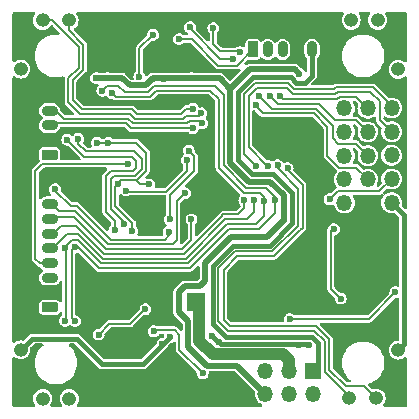
<source format=gbr>
G04 #@! TF.GenerationSoftware,KiCad,Pcbnew,8.0.4-8.0.4-0~ubuntu24.04.1*
G04 #@! TF.CreationDate,2024-09-03T20:49:09+07:00*
G04 #@! TF.ProjectId,OpenDrone_FC_F405_HW,4f70656e-4472-46f6-9e65-5f46435f4634,rev?*
G04 #@! TF.SameCoordinates,Original*
G04 #@! TF.FileFunction,Copper,L2,Bot*
G04 #@! TF.FilePolarity,Positive*
%FSLAX46Y46*%
G04 Gerber Fmt 4.6, Leading zero omitted, Abs format (unit mm)*
G04 Created by KiCad (PCBNEW 8.0.4-8.0.4-0~ubuntu24.04.1) date 2024-09-03 20:49:09*
%MOMM*%
%LPD*%
G01*
G04 APERTURE LIST*
G04 Aperture macros list*
%AMRoundRect*
0 Rectangle with rounded corners*
0 $1 Rounding radius*
0 $2 $3 $4 $5 $6 $7 $8 $9 X,Y pos of 4 corners*
0 Add a 4 corners polygon primitive as box body*
4,1,4,$2,$3,$4,$5,$6,$7,$8,$9,$2,$3,0*
0 Add four circle primitives for the rounded corners*
1,1,$1+$1,$2,$3*
1,1,$1+$1,$4,$5*
1,1,$1+$1,$6,$7*
1,1,$1+$1,$8,$9*
0 Add four rect primitives between the rounded corners*
20,1,$1+$1,$2,$3,$4,$5,0*
20,1,$1+$1,$4,$5,$6,$7,0*
20,1,$1+$1,$6,$7,$8,$9,0*
20,1,$1+$1,$8,$9,$2,$3,0*%
G04 Aperture macros list end*
G04 #@! TA.AperFunction,ComponentPad*
%ADD10O,1.200000X1.200000*%
G04 #@! TD*
G04 #@! TA.AperFunction,ComponentPad*
%ADD11RoundRect,0.225000X0.475000X-0.225000X0.475000X0.225000X-0.475000X0.225000X-0.475000X-0.225000X0*%
G04 #@! TD*
G04 #@! TA.AperFunction,ComponentPad*
%ADD12O,1.400000X0.900000*%
G04 #@! TD*
G04 #@! TA.AperFunction,ComponentPad*
%ADD13RoundRect,0.225000X-0.225000X-0.475000X0.225000X-0.475000X0.225000X0.475000X-0.225000X0.475000X0*%
G04 #@! TD*
G04 #@! TA.AperFunction,ComponentPad*
%ADD14O,0.900000X1.400000*%
G04 #@! TD*
G04 #@! TA.AperFunction,ComponentPad*
%ADD15O,1.350000X1.350000*%
G04 #@! TD*
G04 #@! TA.AperFunction,ComponentPad*
%ADD16R,1.350000X1.350000*%
G04 #@! TD*
G04 #@! TA.AperFunction,ViaPad*
%ADD17C,0.600000*%
G04 #@! TD*
G04 #@! TA.AperFunction,Conductor*
%ADD18C,0.500000*%
G04 #@! TD*
G04 #@! TA.AperFunction,Conductor*
%ADD19C,0.200000*%
G04 #@! TD*
G04 #@! TA.AperFunction,Conductor*
%ADD20C,1.000000*%
G04 #@! TD*
G04 #@! TA.AperFunction,Conductor*
%ADD21C,0.400000*%
G04 #@! TD*
G04 APERTURE END LIST*
D10*
X164735000Y-67287500D03*
X162485000Y-67287500D03*
X134502500Y-71415000D03*
X134502500Y-69165000D03*
X134517500Y-95195000D03*
X134517500Y-97445000D03*
X164595000Y-99287500D03*
X162345000Y-99287500D03*
D11*
X136950000Y-78680000D03*
D12*
X136950000Y-77430000D03*
X136950000Y-76180000D03*
X136950000Y-74930000D03*
D13*
X154180000Y-69760000D03*
D14*
X155430000Y-69760000D03*
X156680000Y-69760000D03*
X157930000Y-69760000D03*
X159180000Y-69760000D03*
D15*
X163910000Y-74750000D03*
X163910000Y-76750000D03*
X163910000Y-78750000D03*
X163910000Y-80750000D03*
X163910000Y-82750000D03*
D10*
X136355000Y-67302500D03*
X138605000Y-67302500D03*
X166482500Y-71445000D03*
X166482500Y-69195000D03*
D15*
X161910000Y-74750000D03*
X161910000Y-76750000D03*
X161910000Y-78750000D03*
X161910000Y-80750000D03*
X161910000Y-82750000D03*
D11*
X136970000Y-91590000D03*
D12*
X136970000Y-90340000D03*
X136970000Y-89090000D03*
X136970000Y-87840000D03*
X136970000Y-86590000D03*
X136970000Y-85340000D03*
X136970000Y-84090000D03*
X136970000Y-82840000D03*
D16*
X159225000Y-96950000D03*
D15*
X159225000Y-98950000D03*
X157225000Y-96950000D03*
X157225000Y-98950000D03*
X155225000Y-96950000D03*
X155225000Y-98950000D03*
D10*
X166477500Y-95205000D03*
X166477500Y-97455000D03*
D15*
X165910000Y-74725000D03*
X165910000Y-76725000D03*
X165910000Y-78725000D03*
X165910000Y-80725000D03*
X165910000Y-82725000D03*
D10*
X136375000Y-99317500D03*
X138625000Y-99317500D03*
D17*
X143200000Y-95500000D03*
X141425000Y-70225000D03*
X139700000Y-89175000D03*
X144900000Y-97225000D03*
X150060000Y-77720000D03*
X160150000Y-83975000D03*
X142950000Y-68525000D03*
X139960000Y-80140000D03*
X150080000Y-78720000D03*
X159050000Y-83975000D03*
X138950000Y-80120000D03*
X164375000Y-89700000D03*
X142725000Y-71200000D03*
X136190000Y-93510000D03*
X163450000Y-89675000D03*
X141085000Y-83245000D03*
X162450000Y-88525000D03*
X149110000Y-82420000D03*
X141050000Y-82300000D03*
X145550000Y-89225000D03*
X155800000Y-89775000D03*
X144025000Y-97200000D03*
X145150000Y-82600000D03*
X154675000Y-77625000D03*
X148300000Y-71000000D03*
X142150000Y-94525000D03*
X165575000Y-93150000D03*
X166275000Y-86550000D03*
X154600000Y-76475000D03*
X140110000Y-82280000D03*
X159550000Y-88875000D03*
X145300000Y-70400000D03*
X140480000Y-73240000D03*
X161850000Y-93190000D03*
X135580000Y-73990000D03*
X144050000Y-98275000D03*
X143200000Y-76625000D03*
X145450000Y-74600000D03*
X153900000Y-67100000D03*
X157175000Y-67100000D03*
X159075000Y-91625000D03*
X152575000Y-99050000D03*
X166275000Y-87376473D03*
X154625000Y-89775000D03*
X142150000Y-95500000D03*
X152575000Y-92525000D03*
X153825000Y-92500000D03*
X158500000Y-88875000D03*
X139750000Y-92275000D03*
X155725000Y-77775000D03*
X144300000Y-89200000D03*
X140900000Y-89200000D03*
X149350000Y-77350000D03*
X136570000Y-73120000D03*
X150075000Y-79675000D03*
X151200000Y-97925000D03*
X148375000Y-82950000D03*
X147825000Y-67825000D03*
X144200000Y-95525000D03*
X140860000Y-80150000D03*
X135670000Y-92780000D03*
X160530000Y-93210000D03*
X160300000Y-72350000D03*
X164675000Y-83900000D03*
X146310000Y-84850000D03*
X153450000Y-89775000D03*
X160225000Y-91600000D03*
X140450000Y-96800000D03*
X144550000Y-74425000D03*
X151200000Y-99050000D03*
X164375000Y-88575000D03*
X144200000Y-94550000D03*
X143100000Y-89175000D03*
X149300000Y-73875000D03*
X160275000Y-71475000D03*
X162450000Y-89650000D03*
X140625000Y-93100000D03*
X139650000Y-73560000D03*
X136360000Y-80480000D03*
X156775000Y-77875000D03*
X137430000Y-80500000D03*
X160150000Y-84850000D03*
X149850000Y-67850000D03*
X163300000Y-83875000D03*
X143200000Y-94525000D03*
X144900000Y-98275000D03*
X166260000Y-92250000D03*
X145975000Y-69775000D03*
X158950000Y-67075000D03*
X152500000Y-97900000D03*
X136710000Y-92790000D03*
X149990000Y-81970000D03*
X141380000Y-76660000D03*
X142210000Y-76630000D03*
X140425000Y-97775000D03*
X146300000Y-82790000D03*
X146300000Y-83820000D03*
X163450000Y-88550000D03*
X143598584Y-69100559D03*
X155425000Y-67075000D03*
X161180000Y-93890000D03*
X135600000Y-73100000D03*
X141000000Y-71250000D03*
X148700000Y-70025000D03*
X150225000Y-70975000D03*
X142000000Y-89175000D03*
X159025000Y-84850000D03*
X156775000Y-84170000D03*
X158111029Y-71825000D03*
X143970000Y-85120000D03*
X142725000Y-81111765D03*
X148950000Y-72200000D03*
X141940000Y-77660000D03*
X153735001Y-85658861D03*
X141825000Y-72175000D03*
X140900000Y-72175000D03*
X140950000Y-77660000D03*
X156775000Y-83275000D03*
X146625000Y-72225000D03*
X152640000Y-85642047D03*
X145675000Y-72225000D03*
X145365079Y-81190000D03*
X147050000Y-85175000D03*
X137425000Y-81600000D03*
X157270000Y-92575000D03*
X166225000Y-90325000D03*
X145070000Y-91743252D03*
X149820000Y-90650000D03*
X141097347Y-93893158D03*
X149820000Y-91620000D03*
X148890000Y-90650000D03*
X148890000Y-91620000D03*
X144562989Y-72050000D03*
X145700000Y-68525000D03*
X147125000Y-84150000D03*
X148725000Y-78325000D03*
X152505757Y-70541138D03*
X148850000Y-67885000D03*
X147925000Y-68875000D03*
X155425000Y-79600000D03*
X160654214Y-82430002D03*
X154425000Y-79600000D03*
X153436407Y-82524279D03*
X154700000Y-73675000D03*
X148968235Y-84150000D03*
X150825000Y-67950000D03*
X153075000Y-69975000D03*
X148579265Y-79129265D03*
X143427500Y-81702500D03*
X149850000Y-76025000D03*
X149080000Y-76420000D03*
X154400000Y-74425000D03*
X154282348Y-82532348D03*
X148410000Y-81925000D03*
X149080000Y-74785000D03*
X150675000Y-94052402D03*
X147139436Y-94112966D03*
X146511025Y-94682969D03*
X151325000Y-94525000D03*
X158875000Y-94795789D03*
X158075000Y-94775000D03*
X138450000Y-77400000D03*
X142470000Y-85020000D03*
X143224178Y-84535822D03*
X139390001Y-77326798D03*
X156475000Y-73700000D03*
X155589252Y-73675000D03*
X143623113Y-79450000D03*
X139100000Y-92750000D03*
X156025000Y-82475001D03*
X141430000Y-73250000D03*
X139065453Y-86520000D03*
X138250000Y-86560000D03*
X142219998Y-73430002D03*
X155125000Y-82550000D03*
X138272342Y-92726316D03*
X149810000Y-75170000D03*
X156250000Y-79550000D03*
X157099265Y-79825735D03*
X149917787Y-97184470D03*
X145775000Y-93625000D03*
X161600000Y-90850000D03*
X161025000Y-84980000D03*
D18*
X147870000Y-91980000D02*
X148670000Y-92780000D01*
X145675000Y-72225000D02*
X145700000Y-72200000D01*
X152299999Y-85600000D02*
X150100000Y-87799999D01*
X147870000Y-90320000D02*
X147870000Y-91980000D01*
D19*
X145365079Y-81190000D02*
X144615000Y-81190000D01*
D18*
X145075000Y-72800000D02*
X145675000Y-72200000D01*
D19*
X144615000Y-81190000D02*
X144275000Y-80850000D01*
D18*
X155345000Y-85600000D02*
X152299999Y-85600000D01*
X152250000Y-79350000D02*
X152250000Y-73084441D01*
X156775000Y-82100000D02*
X155625000Y-80950000D01*
X150275000Y-96525000D02*
X152800000Y-96525000D01*
X148670000Y-92780000D02*
X148670000Y-94920000D01*
X152250000Y-73084441D02*
X153884441Y-71450000D01*
X150100000Y-87799999D02*
X150100000Y-89380000D01*
D19*
X142725000Y-81111765D02*
X142525000Y-81311765D01*
D18*
X149670000Y-89810000D02*
X148380000Y-89810000D01*
D19*
X142525000Y-81311765D02*
X142525000Y-82988115D01*
D18*
X143100000Y-72175000D02*
X143725000Y-72800000D01*
X143725000Y-72800000D02*
X145075000Y-72800000D01*
X153850000Y-80950000D02*
X152250000Y-79350000D01*
D19*
X142725000Y-81111765D02*
X142986765Y-80850000D01*
D18*
X151365559Y-72200000D02*
X152250000Y-73084441D01*
X152800000Y-96525000D02*
X155225000Y-98950000D01*
X148380000Y-89810000D02*
X147870000Y-90320000D01*
X153884441Y-71450000D02*
X157736029Y-71450000D01*
X155625000Y-80950000D02*
X153850000Y-80950000D01*
D19*
X144025000Y-80850000D02*
X144321372Y-80850000D01*
D18*
X161940000Y-82790000D02*
X161810000Y-82660000D01*
X140900000Y-72175000D02*
X143100000Y-72175000D01*
X156775000Y-84170000D02*
X156775000Y-82100000D01*
D19*
X142525000Y-82988115D02*
X143970000Y-84433115D01*
X145140000Y-78490000D02*
X144310000Y-77660000D01*
X143970000Y-84433115D02*
X143970000Y-85120000D01*
X144275000Y-80850000D02*
X144025000Y-80850000D01*
X144310000Y-77660000D02*
X140950000Y-77660000D01*
D18*
X156775000Y-84170000D02*
X155345000Y-85600000D01*
X145700000Y-72200000D02*
X151365559Y-72200000D01*
X150100000Y-89380000D02*
X149670000Y-89810000D01*
X148670000Y-94920000D02*
X150275000Y-96525000D01*
X157736029Y-71450000D02*
X158111029Y-71825000D01*
D19*
X145140000Y-80031372D02*
X145140000Y-78490000D01*
X144321372Y-80850000D02*
X145140000Y-80031372D01*
X142986765Y-80850000D02*
X144025000Y-80850000D01*
X147050000Y-85175000D02*
X147050000Y-85500000D01*
X146700000Y-85850000D02*
X142125000Y-85850000D01*
X142125000Y-85850000D02*
X139275000Y-83000000D01*
X138725000Y-83000000D02*
X137425000Y-81700000D01*
X147050000Y-85500000D02*
X146700000Y-85850000D01*
X137425000Y-81700000D02*
X137425000Y-81600000D01*
X139275000Y-83000000D02*
X138725000Y-83000000D01*
X163975000Y-92575000D02*
X166225000Y-90325000D01*
X157270000Y-92575000D02*
X163975000Y-92575000D01*
D20*
X157225000Y-96050000D02*
X156750000Y-95575000D01*
D19*
X145070000Y-91743252D02*
X145006748Y-91743252D01*
X145006748Y-91743252D02*
X143775000Y-92975000D01*
D20*
X157225000Y-96950000D02*
X157225000Y-96050000D01*
D19*
X142015505Y-92975000D02*
X141097347Y-93893158D01*
D20*
X156750000Y-95575000D02*
X150783384Y-95575000D01*
X149620000Y-94411616D02*
X149620000Y-90950000D01*
X150783384Y-95575000D02*
X149620000Y-94411616D01*
D19*
X143775000Y-92975000D02*
X142015505Y-92975000D01*
X144562989Y-69662011D02*
X145700000Y-68525000D01*
X144562989Y-72050000D02*
X144562989Y-69662011D01*
X149200000Y-80015686D02*
X149200000Y-78800000D01*
X147150000Y-84125000D02*
X147150000Y-82065686D01*
X149200000Y-78800000D02*
X148725000Y-78325000D01*
X147125000Y-84150000D02*
X147150000Y-84125000D01*
X147150000Y-82065686D02*
X149200000Y-80015686D01*
X152505757Y-70541138D02*
X151416138Y-70541138D01*
X148850000Y-67975000D02*
X148850000Y-67885000D01*
X151416138Y-70541138D02*
X148850000Y-67975000D01*
X154180000Y-69760000D02*
X152798862Y-71141138D01*
X151241138Y-71141138D02*
X148975000Y-68875000D01*
X152798862Y-71141138D02*
X151241138Y-71141138D01*
X148975000Y-68875000D02*
X147925000Y-68875000D01*
X155350000Y-79600000D02*
X153800000Y-78050000D01*
X155425000Y-79600000D02*
X155350000Y-79600000D01*
X154501471Y-73025000D02*
X157027208Y-73025000D01*
X164910000Y-75735000D02*
X165910000Y-76735000D01*
X157552208Y-73550000D02*
X161159314Y-73550000D01*
X157027208Y-73025000D02*
X157552208Y-73550000D01*
X164100000Y-73350000D02*
X164910000Y-74160000D01*
X164910000Y-74160000D02*
X164910000Y-75735000D01*
X161359314Y-73350000D02*
X164100000Y-73350000D01*
X153800000Y-73726471D02*
X154501471Y-73025000D01*
X161159314Y-73550000D02*
X161359314Y-73350000D01*
X153800000Y-78050000D02*
X153800000Y-73726471D01*
X164885000Y-81750000D02*
X165910000Y-80725000D01*
X160694998Y-82430002D02*
X161375000Y-81750000D01*
X160654214Y-82430002D02*
X160694998Y-82430002D01*
X161375000Y-81750000D02*
X164885000Y-81750000D01*
X154425000Y-79600000D02*
X153400000Y-78575000D01*
X161193628Y-72950000D02*
X164350000Y-72950000D01*
X165910000Y-74510000D02*
X165910000Y-74735000D01*
X153400000Y-73560785D02*
X154360785Y-72600000D01*
X157167894Y-72600000D02*
X157667894Y-73100000D01*
X154360785Y-72600000D02*
X157167894Y-72600000D01*
X153400000Y-78575000D02*
X153400000Y-73560785D01*
X157667894Y-73100000D02*
X161043628Y-73100000D01*
X164350000Y-72950000D02*
X165910000Y-74510000D01*
X161043628Y-73100000D02*
X161193628Y-72950000D01*
X139231372Y-84700000D02*
X137880000Y-84700000D01*
X137880000Y-84700000D02*
X137240000Y-85340000D01*
X153436407Y-82524279D02*
X153436407Y-83163593D01*
X153436407Y-83163593D02*
X152875000Y-83725000D01*
X151440686Y-83959315D02*
X148330000Y-87070000D01*
X137240000Y-85340000D02*
X136970000Y-85340000D01*
X148330000Y-87070000D02*
X141601372Y-87070000D01*
X151675000Y-83725000D02*
X151440686Y-83959315D01*
X141601372Y-87070000D02*
X139231372Y-84700000D01*
X152875000Y-83725000D02*
X151675000Y-83725000D01*
X160935000Y-77285000D02*
X161385000Y-77735000D01*
X161385000Y-77735000D02*
X162885000Y-77735000D01*
X159490686Y-74775000D02*
X160935000Y-76219314D01*
X162885000Y-77735000D02*
X163910000Y-78760000D01*
X160935000Y-76219314D02*
X160935000Y-77285000D01*
X155800000Y-74775000D02*
X159490686Y-74775000D01*
X154700000Y-73675000D02*
X155800000Y-74775000D01*
X148184314Y-86650000D02*
X141747058Y-86650000D01*
X148968235Y-85866079D02*
X148184314Y-86650000D01*
X141747058Y-86650000D02*
X139047058Y-83950000D01*
X139047058Y-83950000D02*
X137110000Y-83950000D01*
X148968235Y-84150000D02*
X148968235Y-85866079D01*
X137110000Y-83950000D02*
X136970000Y-84090000D01*
X153000000Y-69900000D02*
X151400000Y-69900000D01*
X153075000Y-69975000D02*
X153000000Y-69900000D01*
X151400000Y-69900000D02*
X150825000Y-69325000D01*
X150825000Y-69325000D02*
X150825000Y-67950000D01*
X148579265Y-80070735D02*
X148579265Y-79129265D01*
X143427500Y-81702500D02*
X143525000Y-81800000D01*
X143525000Y-81800000D02*
X146850000Y-81800000D01*
X146850000Y-81800000D02*
X148579265Y-80070735D01*
X148626471Y-76025000D02*
X144040686Y-76025000D01*
X144040686Y-76025000D02*
X143625686Y-75610000D01*
X137455000Y-74930000D02*
X136950000Y-74930000D01*
X143625686Y-75610000D02*
X138135000Y-75610000D01*
X148831471Y-75820000D02*
X148626471Y-76025000D01*
X138135000Y-75610000D02*
X137455000Y-74930000D01*
X149645000Y-75820000D02*
X148831471Y-75820000D01*
X149850000Y-76025000D02*
X149645000Y-75820000D01*
X137360000Y-76010000D02*
X137190000Y-76180000D01*
X143875000Y-76425000D02*
X143460000Y-76010000D01*
X149075000Y-76425000D02*
X143875000Y-76425000D01*
X137190000Y-76180000D02*
X136950000Y-76180000D01*
X143460000Y-76010000D02*
X137360000Y-76010000D01*
X149080000Y-76420000D02*
X149075000Y-76425000D01*
X160475000Y-78800000D02*
X161435000Y-79760000D01*
X162910000Y-79760000D02*
X163910000Y-80760000D01*
X154400000Y-74425000D02*
X154400000Y-74556862D01*
X161435000Y-79760000D02*
X162910000Y-79760000D01*
X154400000Y-74556862D02*
X155018138Y-75175000D01*
X160475000Y-76325000D02*
X160475000Y-78800000D01*
X159325000Y-75175000D02*
X160475000Y-76325000D01*
X155018138Y-75175000D02*
X159325000Y-75175000D01*
X154282348Y-82532348D02*
X154282348Y-83542652D01*
X154282348Y-83542652D02*
X153700000Y-84125000D01*
X148495686Y-87470000D02*
X141435686Y-87470000D01*
X139365686Y-85400000D02*
X138400000Y-85400000D01*
X138400000Y-85400000D02*
X137210000Y-86590000D01*
X151840686Y-84125000D02*
X148495686Y-87470000D01*
X153700000Y-84125000D02*
X151840686Y-84125000D01*
X137210000Y-86590000D02*
X136970000Y-86590000D01*
X141435686Y-87470000D02*
X139365686Y-85400000D01*
X147725000Y-85925000D02*
X147400000Y-86250000D01*
X137730000Y-83450000D02*
X137120000Y-82840000D01*
X147725000Y-82610000D02*
X147725000Y-85925000D01*
X141912744Y-86250000D02*
X139112744Y-83450000D01*
X139112744Y-83450000D02*
X137730000Y-83450000D01*
X148410000Y-81925000D02*
X147725000Y-82610000D01*
X147400000Y-86250000D02*
X141912744Y-86250000D01*
X137120000Y-82840000D02*
X136970000Y-82840000D01*
X139810000Y-71460000D02*
X139810000Y-69346946D01*
X143957058Y-74810000D02*
X139695686Y-74810000D01*
X138920000Y-72350000D02*
X139810000Y-71460000D01*
X139810000Y-69346946D02*
X138605000Y-68141946D01*
X139695686Y-74810000D02*
X138920000Y-74034314D01*
X138920000Y-74034314D02*
X138920000Y-72350000D01*
X148075001Y-75225000D02*
X144372058Y-75225000D01*
X138605000Y-68141946D02*
X138605000Y-67302500D01*
X144372058Y-75225000D02*
X143957058Y-74810000D01*
X149080000Y-74785000D02*
X148515001Y-74785000D01*
X148515001Y-74785000D02*
X148075001Y-75225000D01*
D21*
X151325000Y-94525000D02*
X151175000Y-94525000D01*
X151175000Y-94525000D02*
X150702402Y-94052402D01*
X151475000Y-94675000D02*
X158754211Y-94675000D01*
X144852402Y-96400000D02*
X141400000Y-96400000D01*
X166975000Y-94707500D02*
X166975000Y-83790000D01*
X135462500Y-94250000D02*
X134517500Y-95195000D01*
X139250000Y-94250000D02*
X135462500Y-94250000D01*
X147139436Y-94112966D02*
X144852402Y-96400000D01*
X158754211Y-94675000D02*
X158875000Y-94795789D01*
X150702402Y-94052402D02*
X150675000Y-94052402D01*
X166477500Y-95205000D02*
X166975000Y-94707500D01*
X141400000Y-96400000D02*
X139250000Y-94250000D01*
X151325000Y-94525000D02*
X151475000Y-94675000D01*
X166975000Y-83790000D02*
X165910000Y-82725000D01*
D19*
X139900000Y-78850000D02*
X143920000Y-78850000D01*
X144280000Y-79760000D02*
X143990000Y-80050000D01*
X142470000Y-84240000D02*
X142470000Y-85020000D01*
X142125000Y-80050000D02*
X141725000Y-80450000D01*
X141725000Y-80450000D02*
X141725000Y-83495000D01*
X143920000Y-78850000D02*
X144280000Y-79210000D01*
X144280000Y-79210000D02*
X144280000Y-79760000D01*
X143990000Y-80050000D02*
X142125000Y-80050000D01*
X141725000Y-83495000D02*
X142470000Y-84240000D01*
X138450000Y-77400000D02*
X139900000Y-78850000D01*
X144740000Y-79010000D02*
X144740000Y-79865686D01*
X142400000Y-80450000D02*
X142125000Y-80725000D01*
X139390001Y-77326798D02*
X139390001Y-77774315D01*
X139390001Y-77774315D02*
X139995686Y-78380000D01*
X144110000Y-78380000D02*
X144740000Y-79010000D01*
X139995686Y-78380000D02*
X144110000Y-78380000D01*
X142125000Y-83245000D02*
X143224178Y-84344178D01*
X143224178Y-84344178D02*
X143224178Y-84535822D01*
X144155686Y-80450000D02*
X142400000Y-80450000D01*
X142125000Y-80725000D02*
X142125000Y-83245000D01*
X144740000Y-79865686D02*
X144155686Y-80450000D01*
X161525000Y-73750000D02*
X162900000Y-73750000D01*
X162900000Y-73750000D02*
X163910000Y-74760000D01*
X156475000Y-73700000D02*
X156750000Y-73975000D01*
X161300000Y-73975000D02*
X161525000Y-73750000D01*
X156750000Y-73975000D02*
X161300000Y-73975000D01*
X155589252Y-73675000D02*
X156289252Y-74375000D01*
X162885000Y-75735000D02*
X163910000Y-76760000D01*
X161110000Y-75735000D02*
X162885000Y-75735000D01*
X156289252Y-74375000D02*
X159750000Y-74375000D01*
X159750000Y-74375000D02*
X161110000Y-75735000D01*
X136970000Y-87840000D02*
X136100000Y-87840000D01*
X136350000Y-79450000D02*
X143623113Y-79450000D01*
X136100000Y-87840000D02*
X135740000Y-87480000D01*
X135740000Y-80060000D02*
X136350000Y-79450000D01*
X135740000Y-87480000D02*
X135740000Y-80060000D01*
X138810000Y-92460000D02*
X138810000Y-86775453D01*
X151700000Y-79577818D02*
X151700000Y-73625000D01*
X145302818Y-73350000D02*
X143300000Y-73350000D01*
X142780002Y-72830002D02*
X141849998Y-72830002D01*
X143300000Y-73350000D02*
X142780002Y-72830002D01*
X145802818Y-72850000D02*
X145302818Y-73350000D01*
X155310000Y-81500000D02*
X153622182Y-81500000D01*
X141104314Y-88270000D02*
X139354314Y-86520000D01*
X156025000Y-82215000D02*
X155310000Y-81500000D01*
X156025000Y-83625000D02*
X154700000Y-84950000D01*
X152150000Y-84950000D02*
X148830000Y-88270000D01*
X139354314Y-86520000D02*
X139065453Y-86520000D01*
X138810000Y-86775453D02*
X139065453Y-86520000D01*
X141849998Y-72830002D02*
X141430000Y-73250000D01*
X154700000Y-84950000D02*
X152150000Y-84950000D01*
X139100000Y-92750000D02*
X138810000Y-92460000D01*
X150925000Y-72850000D02*
X145802818Y-72850000D01*
X156025000Y-82475001D02*
X156025000Y-83625000D01*
X148830000Y-88270000D02*
X141104314Y-88270000D01*
X153622182Y-81500000D02*
X151700000Y-79577818D01*
X151700000Y-73625000D02*
X150925000Y-72850000D01*
X156025000Y-82475001D02*
X156025000Y-82215000D01*
X148661372Y-87870000D02*
X141270000Y-87870000D01*
X138250000Y-86486924D02*
X138250000Y-86560000D01*
X138330000Y-92668658D02*
X138330000Y-86640000D01*
X139320000Y-85920000D02*
X138816924Y-85920000D01*
X151300000Y-73975000D02*
X150575000Y-73250000D01*
X154425000Y-84550000D02*
X151981372Y-84550000D01*
X155125000Y-82225000D02*
X154800000Y-81900000D01*
X155125000Y-83850000D02*
X154425000Y-84550000D01*
X138330000Y-86640000D02*
X138250000Y-86560000D01*
X138816924Y-85920000D02*
X138250000Y-86486924D01*
X151300000Y-79775000D02*
X151300000Y-73975000D01*
X145968504Y-73250000D02*
X145468504Y-73750000D01*
X142539996Y-73750000D02*
X142219998Y-73430002D01*
X150575000Y-73250000D02*
X145968504Y-73250000D01*
X145468504Y-73750000D02*
X142539996Y-73750000D01*
X153425000Y-81900000D02*
X151300000Y-79775000D01*
X138272342Y-92726316D02*
X138330000Y-92668658D01*
X141270000Y-87870000D02*
X139320000Y-85920000D01*
X155125000Y-82550000D02*
X155125000Y-82225000D01*
X151981372Y-84550000D02*
X148661372Y-87870000D01*
X155125000Y-82550000D02*
X155125000Y-83850000D01*
X154800000Y-81900000D02*
X153425000Y-81900000D01*
X136355000Y-67302500D02*
X137199868Y-67302500D01*
X139410000Y-69512632D02*
X139410000Y-71294314D01*
X144206372Y-75625000D02*
X148240686Y-75625000D01*
X136535000Y-67302500D02*
X136345000Y-67112500D01*
X139530000Y-75210000D02*
X143791372Y-75210000D01*
X138520000Y-74200000D02*
X139530000Y-75210000D01*
X148480686Y-75385000D02*
X149595000Y-75385000D01*
X137199868Y-67302500D02*
X139410000Y-69512632D01*
X143791372Y-75210000D02*
X144206372Y-75625000D01*
X139410000Y-71294314D02*
X138520000Y-72184314D01*
X138520000Y-72184314D02*
X138520000Y-74200000D01*
X149595000Y-75385000D02*
X149810000Y-75170000D01*
X148240686Y-75625000D02*
X148480686Y-75385000D01*
X152667483Y-86858861D02*
X151250000Y-88276344D01*
X151250000Y-88276344D02*
X151250000Y-92750000D01*
X159355000Y-93575000D02*
X160250000Y-94470000D01*
X156250000Y-79550000D02*
X156250000Y-79825000D01*
X160250000Y-94470000D02*
X160250000Y-97040686D01*
X160250000Y-97040686D02*
X162345000Y-99135686D01*
X162335000Y-99277500D02*
X162335000Y-99487500D01*
X152075000Y-93575000D02*
X159355000Y-93575000D01*
X156250000Y-79825000D02*
X157975000Y-81550000D01*
X157975000Y-81550000D02*
X157975000Y-84667057D01*
X161957500Y-98900000D02*
X162335000Y-99277500D01*
X157975000Y-84667057D02*
X155783196Y-86858861D01*
X151250000Y-92750000D02*
X152075000Y-93575000D01*
X162345000Y-99135686D02*
X162345000Y-99287500D01*
X155783196Y-86858861D02*
X152667483Y-86858861D01*
X160650000Y-94304314D02*
X160650000Y-96875000D01*
X162025000Y-98250000D02*
X163557500Y-98250000D01*
X163557500Y-98250000D02*
X164595000Y-99287500D01*
X157099265Y-79825735D02*
X157099265Y-79924265D01*
X151700000Y-92634314D02*
X152240686Y-93175000D01*
X158140685Y-85067057D02*
X155948882Y-87258861D01*
X155948882Y-87258861D02*
X152833169Y-87258861D01*
X157099265Y-79924265D02*
X158375000Y-81200000D01*
X160650000Y-96875000D02*
X162025000Y-98250000D01*
X158375000Y-81200000D02*
X158375000Y-84832743D01*
X151700000Y-88392030D02*
X151700000Y-92634314D01*
X158375000Y-84832743D02*
X158140685Y-85067057D01*
X159520686Y-93175000D02*
X160650000Y-94304314D01*
X152240686Y-93175000D02*
X159520686Y-93175000D01*
X152833169Y-87258861D02*
X151700000Y-88392030D01*
X147562966Y-93512966D02*
X147950000Y-93900000D01*
X147950000Y-95216683D02*
X149917787Y-97184470D01*
X145775000Y-93625000D02*
X145887034Y-93512966D01*
X145887034Y-93512966D02*
X147562966Y-93512966D01*
X147950000Y-93900000D02*
X147950000Y-95216683D01*
X161600000Y-90850000D02*
X160775000Y-90025000D01*
X160775000Y-90025000D02*
X160775000Y-85025000D01*
D21*
X152900000Y-79080762D02*
X154119238Y-80300000D01*
X159680000Y-96495000D02*
X159225000Y-96950000D01*
X159180000Y-69760000D02*
X159180000Y-71970000D01*
X150750000Y-88069238D02*
X150750000Y-92960050D01*
X150750000Y-92960050D02*
X151864950Y-94075000D01*
X154153679Y-72100000D02*
X152900000Y-73353679D01*
X157850000Y-72575000D02*
X157375000Y-72100000D01*
X159180000Y-71970000D02*
X158575000Y-72575000D01*
X157375000Y-72100000D02*
X154153679Y-72100000D01*
X157475000Y-81880761D02*
X157475000Y-84459950D01*
X158575000Y-72575000D02*
X157850000Y-72575000D01*
X157475000Y-84459950D02*
X155576089Y-86358861D01*
X155576089Y-86358861D02*
X152460377Y-86358861D01*
X151864950Y-94075000D02*
X159144161Y-94075000D01*
X154119238Y-80300000D02*
X155894239Y-80300000D01*
X152900000Y-73353679D02*
X152900000Y-79080762D01*
X155894239Y-80300000D02*
X157475000Y-81880761D01*
X159680000Y-94610839D02*
X159680000Y-96495000D01*
X152460377Y-86358861D02*
X150750000Y-88069238D01*
X159144161Y-94075000D02*
X159680000Y-94610839D01*
G04 #@! TA.AperFunction,Conductor*
G36*
X147592539Y-94502886D02*
G01*
X147638294Y-94555690D01*
X147649500Y-94607202D01*
X147649500Y-95256245D01*
X147660230Y-95296288D01*
X147669979Y-95332673D01*
X147682234Y-95353898D01*
X147685519Y-95359588D01*
X147693986Y-95374254D01*
X147709539Y-95401193D01*
X149378391Y-97070045D01*
X149411876Y-97131368D01*
X149413448Y-97175372D01*
X149412140Y-97184469D01*
X149432621Y-97326926D01*
X149492409Y-97457841D01*
X149492410Y-97457843D01*
X149586659Y-97566613D01*
X149707734Y-97644423D01*
X149707737Y-97644424D01*
X149707736Y-97644424D01*
X149845823Y-97684969D01*
X149845825Y-97684970D01*
X149845826Y-97684970D01*
X149989749Y-97684970D01*
X149989749Y-97684969D01*
X150126720Y-97644752D01*
X150127837Y-97644424D01*
X150127837Y-97644423D01*
X150127840Y-97644423D01*
X150248915Y-97566613D01*
X150343164Y-97457843D01*
X150402952Y-97326927D01*
X150423434Y-97184470D01*
X150422126Y-97175372D01*
X150413755Y-97117146D01*
X150423699Y-97047988D01*
X150469454Y-96995184D01*
X150536493Y-96975500D01*
X152562035Y-96975500D01*
X152629074Y-96995185D01*
X152649716Y-97011819D01*
X154325988Y-98688091D01*
X154359473Y-98749414D01*
X154361627Y-98788731D01*
X154358842Y-98815237D01*
X154344698Y-98949814D01*
X154344678Y-98950000D01*
X154363915Y-99133029D01*
X154363916Y-99133032D01*
X154420783Y-99308053D01*
X154420786Y-99308059D01*
X154512805Y-99467440D01*
X154622327Y-99589077D01*
X154635949Y-99604206D01*
X154635951Y-99604208D01*
X154722407Y-99667022D01*
X154784839Y-99712381D01*
X154896783Y-99762221D01*
X154950018Y-99807471D01*
X154970339Y-99874320D01*
X154951294Y-99941544D01*
X154898928Y-99987799D01*
X154846345Y-99999500D01*
X139366240Y-99999500D01*
X139299201Y-99979815D01*
X139253446Y-99927011D01*
X139243502Y-99857853D01*
X139261246Y-99809528D01*
X139350789Y-99667022D01*
X139410368Y-99496755D01*
X139413671Y-99467440D01*
X139430565Y-99317503D01*
X139430565Y-99317496D01*
X139410369Y-99138250D01*
X139410368Y-99138245D01*
X139399871Y-99108247D01*
X139350789Y-98967978D01*
X139331937Y-98937976D01*
X139311582Y-98905580D01*
X139254816Y-98815238D01*
X139127262Y-98687684D01*
X138974523Y-98591711D01*
X138804254Y-98532131D01*
X138804249Y-98532130D01*
X138625004Y-98511935D01*
X138624996Y-98511935D01*
X138445750Y-98532130D01*
X138445745Y-98532131D01*
X138275476Y-98591711D01*
X138122737Y-98687684D01*
X137995184Y-98815237D01*
X137899211Y-98967976D01*
X137839631Y-99138245D01*
X137839630Y-99138250D01*
X137819435Y-99317496D01*
X137819435Y-99317503D01*
X137839630Y-99496749D01*
X137839631Y-99496754D01*
X137888714Y-99637023D01*
X137899211Y-99667022D01*
X137980539Y-99796455D01*
X137988754Y-99809528D01*
X138007754Y-99876764D01*
X137987386Y-99943600D01*
X137934119Y-99988814D01*
X137883760Y-99999500D01*
X137116240Y-99999500D01*
X137049201Y-99979815D01*
X137003446Y-99927011D01*
X136993502Y-99857853D01*
X137011246Y-99809528D01*
X137100789Y-99667022D01*
X137160368Y-99496755D01*
X137163671Y-99467440D01*
X137180565Y-99317503D01*
X137180565Y-99317496D01*
X137160369Y-99138250D01*
X137160368Y-99138245D01*
X137149871Y-99108247D01*
X137100789Y-98967978D01*
X137081937Y-98937976D01*
X137061582Y-98905580D01*
X137004816Y-98815238D01*
X136877262Y-98687684D01*
X136724523Y-98591711D01*
X136554254Y-98532131D01*
X136554249Y-98532130D01*
X136375004Y-98511935D01*
X136374996Y-98511935D01*
X136195750Y-98532130D01*
X136195745Y-98532131D01*
X136025476Y-98591711D01*
X135872737Y-98687684D01*
X135745184Y-98815237D01*
X135649211Y-98967976D01*
X135589631Y-99138245D01*
X135589630Y-99138250D01*
X135569435Y-99317496D01*
X135569435Y-99317503D01*
X135589630Y-99496749D01*
X135589631Y-99496754D01*
X135638714Y-99637023D01*
X135649211Y-99667022D01*
X135730539Y-99796455D01*
X135738754Y-99809528D01*
X135757754Y-99876764D01*
X135737386Y-99943600D01*
X135684119Y-99988814D01*
X135633760Y-99999500D01*
X133924500Y-99999500D01*
X133857461Y-99979815D01*
X133811706Y-99927011D01*
X133800500Y-99875500D01*
X133800500Y-95909440D01*
X133820185Y-95842401D01*
X133872989Y-95796646D01*
X133942147Y-95786702D01*
X134005703Y-95815727D01*
X134012181Y-95821759D01*
X134015238Y-95824816D01*
X134048438Y-95845677D01*
X134157873Y-95914440D01*
X134167978Y-95920789D01*
X134336665Y-95979815D01*
X134338245Y-95980368D01*
X134338250Y-95980369D01*
X134517496Y-96000565D01*
X134517500Y-96000565D01*
X134517504Y-96000565D01*
X134696749Y-95980369D01*
X134696752Y-95980368D01*
X134696755Y-95980368D01*
X134867022Y-95920789D01*
X135019762Y-95824816D01*
X135147316Y-95697262D01*
X135243289Y-95544522D01*
X135302868Y-95374255D01*
X135302869Y-95374249D01*
X135323065Y-95195003D01*
X135323065Y-95194996D01*
X135305532Y-95039384D01*
X135317587Y-94970562D01*
X135341065Y-94937826D01*
X135592075Y-94686816D01*
X135653397Y-94653334D01*
X135679755Y-94650500D01*
X136321145Y-94650500D01*
X136388184Y-94670185D01*
X136433939Y-94722989D01*
X136443883Y-94792147D01*
X136414858Y-94855703D01*
X136390996Y-94876954D01*
X136374261Y-94888363D01*
X136176442Y-95071910D01*
X136008185Y-95282898D01*
X135873258Y-95516599D01*
X135873256Y-95516603D01*
X135774666Y-95767804D01*
X135774664Y-95767811D01*
X135714616Y-96030898D01*
X135694451Y-96299995D01*
X135694451Y-96300004D01*
X135714616Y-96569101D01*
X135774664Y-96832188D01*
X135774666Y-96832195D01*
X135838635Y-96995185D01*
X135873257Y-97083398D01*
X136008185Y-97317102D01*
X136128076Y-97467440D01*
X136176442Y-97528089D01*
X136302174Y-97644750D01*
X136374259Y-97711635D01*
X136597226Y-97863651D01*
X136840359Y-97980738D01*
X137098228Y-98060280D01*
X137098229Y-98060280D01*
X137098232Y-98060281D01*
X137365063Y-98100499D01*
X137365068Y-98100499D01*
X137365071Y-98100500D01*
X137365072Y-98100500D01*
X137634928Y-98100500D01*
X137634929Y-98100500D01*
X137635062Y-98100480D01*
X137901767Y-98060281D01*
X137901768Y-98060280D01*
X137901772Y-98060280D01*
X138159641Y-97980738D01*
X138402775Y-97863651D01*
X138625741Y-97711635D01*
X138782038Y-97566613D01*
X138823557Y-97528089D01*
X138823557Y-97528087D01*
X138823561Y-97528085D01*
X138991815Y-97317102D01*
X139126743Y-97083398D01*
X139225334Y-96832195D01*
X139285383Y-96569103D01*
X139295615Y-96432560D01*
X139305549Y-96300004D01*
X139305549Y-96299995D01*
X139285383Y-96030898D01*
X139276133Y-95990369D01*
X139225334Y-95767805D01*
X139126743Y-95516602D01*
X138991815Y-95282898D01*
X138823561Y-95071915D01*
X138823560Y-95071914D01*
X138823557Y-95071910D01*
X138679040Y-94937819D01*
X138625741Y-94888365D01*
X138609003Y-94876953D01*
X138564702Y-94822925D01*
X138556642Y-94753522D01*
X138587385Y-94690779D01*
X138647169Y-94654617D01*
X138678855Y-94650500D01*
X139032745Y-94650500D01*
X139099784Y-94670185D01*
X139120425Y-94686818D01*
X141154087Y-96720480D01*
X141245412Y-96773207D01*
X141347273Y-96800500D01*
X141347275Y-96800500D01*
X144905127Y-96800500D01*
X144905129Y-96800500D01*
X145006990Y-96773207D01*
X145098315Y-96720480D01*
X146634702Y-95184090D01*
X146687448Y-95152795D01*
X146721078Y-95142922D01*
X146842153Y-95065112D01*
X146936402Y-94956342D01*
X146989269Y-94840578D01*
X147014379Y-94804413D01*
X147180428Y-94638365D01*
X147233167Y-94607073D01*
X147349489Y-94572919D01*
X147458462Y-94502886D01*
X147525499Y-94483202D01*
X147592539Y-94502886D01*
G37*
G04 #@! TD.AperFunction*
G04 #@! TA.AperFunction,Conductor*
G36*
X166544213Y-90828449D02*
G01*
X166573238Y-90892005D01*
X166574500Y-90909652D01*
X166574500Y-94277692D01*
X166554815Y-94344731D01*
X166502011Y-94390486D01*
X166464384Y-94400912D01*
X166298249Y-94419630D01*
X166298245Y-94419631D01*
X166127976Y-94479211D01*
X165975237Y-94575184D01*
X165847684Y-94702737D01*
X165751711Y-94855476D01*
X165692131Y-95025745D01*
X165692130Y-95025750D01*
X165671935Y-95204996D01*
X165671935Y-95205003D01*
X165692130Y-95384249D01*
X165692131Y-95384254D01*
X165751711Y-95554523D01*
X165782460Y-95603459D01*
X165847684Y-95707262D01*
X165975238Y-95834816D01*
X166025967Y-95866691D01*
X166112061Y-95920788D01*
X166127978Y-95930789D01*
X166271479Y-95981002D01*
X166298245Y-95990368D01*
X166298250Y-95990369D01*
X166477496Y-96010565D01*
X166477500Y-96010565D01*
X166477504Y-96010565D01*
X166656749Y-95990369D01*
X166656752Y-95990368D01*
X166656755Y-95990368D01*
X166827022Y-95930789D01*
X166979762Y-95834816D01*
X166987819Y-95826759D01*
X167049142Y-95793274D01*
X167118834Y-95798258D01*
X167174767Y-95840130D01*
X167199184Y-95905594D01*
X167199500Y-95914440D01*
X167199500Y-99875500D01*
X167179815Y-99942539D01*
X167127011Y-99988294D01*
X167075500Y-99999500D01*
X165314440Y-99999500D01*
X165247401Y-99979815D01*
X165201646Y-99927011D01*
X165191702Y-99857853D01*
X165220727Y-99794297D01*
X165224016Y-99790764D01*
X165224811Y-99789766D01*
X165224816Y-99789762D01*
X165320789Y-99637022D01*
X165380368Y-99466755D01*
X165397185Y-99317500D01*
X165400565Y-99287503D01*
X165400565Y-99287496D01*
X165380369Y-99108250D01*
X165380368Y-99108245D01*
X165359147Y-99047598D01*
X165320789Y-98937978D01*
X165224816Y-98785238D01*
X165097262Y-98657684D01*
X164992633Y-98591941D01*
X164944523Y-98561711D01*
X164774254Y-98502131D01*
X164774249Y-98502130D01*
X164595004Y-98481935D01*
X164594996Y-98481935D01*
X164415747Y-98502131D01*
X164355098Y-98523353D01*
X164285319Y-98526914D01*
X164226463Y-98493992D01*
X163963966Y-98231495D01*
X163930481Y-98170172D01*
X163935465Y-98100480D01*
X163977337Y-98044547D01*
X164015095Y-98025324D01*
X164159641Y-97980738D01*
X164402775Y-97863651D01*
X164625741Y-97711635D01*
X164782038Y-97566613D01*
X164823557Y-97528089D01*
X164823557Y-97528087D01*
X164823561Y-97528085D01*
X164991815Y-97317102D01*
X165126743Y-97083398D01*
X165225334Y-96832195D01*
X165285383Y-96569103D01*
X165295615Y-96432560D01*
X165305549Y-96300004D01*
X165305549Y-96299995D01*
X165285383Y-96030898D01*
X165276133Y-95990369D01*
X165225334Y-95767805D01*
X165126743Y-95516602D01*
X164991815Y-95282898D01*
X164823561Y-95071915D01*
X164823560Y-95071914D01*
X164823557Y-95071910D01*
X164625741Y-94888365D01*
X164577835Y-94855703D01*
X164402775Y-94736349D01*
X164402769Y-94736346D01*
X164402768Y-94736345D01*
X164402767Y-94736344D01*
X164159643Y-94619263D01*
X164159645Y-94619263D01*
X163901773Y-94539720D01*
X163901767Y-94539718D01*
X163634936Y-94499500D01*
X163634929Y-94499500D01*
X163365071Y-94499500D01*
X163365063Y-94499500D01*
X163098232Y-94539718D01*
X163098226Y-94539720D01*
X162840358Y-94619262D01*
X162597230Y-94736346D01*
X162374258Y-94888365D01*
X162176442Y-95071910D01*
X162008185Y-95282898D01*
X161873258Y-95516599D01*
X161873256Y-95516603D01*
X161774666Y-95767804D01*
X161774664Y-95767811D01*
X161714616Y-96030898D01*
X161694451Y-96299995D01*
X161694451Y-96300004D01*
X161714616Y-96569101D01*
X161774664Y-96832188D01*
X161774666Y-96832195D01*
X161838635Y-96995185D01*
X161873257Y-97083398D01*
X162008185Y-97317102D01*
X162128076Y-97467440D01*
X162176442Y-97528089D01*
X162292567Y-97635836D01*
X162374259Y-97711635D01*
X162390996Y-97723046D01*
X162435298Y-97777075D01*
X162443358Y-97846478D01*
X162412615Y-97909221D01*
X162352831Y-97945383D01*
X162321145Y-97949500D01*
X162200833Y-97949500D01*
X162133794Y-97929815D01*
X162113152Y-97913181D01*
X160986819Y-96786848D01*
X160953334Y-96725525D01*
X160950500Y-96699167D01*
X160950500Y-94264753D01*
X160948000Y-94255423D01*
X160930021Y-94188325D01*
X160905671Y-94146149D01*
X160890464Y-94119809D01*
X160890458Y-94119801D01*
X159857838Y-93087181D01*
X159824353Y-93025858D01*
X159829337Y-92956166D01*
X159871209Y-92900233D01*
X159936673Y-92875816D01*
X159945519Y-92875500D01*
X164014560Y-92875500D01*
X164014562Y-92875500D01*
X164090989Y-92855021D01*
X164159511Y-92815460D01*
X164215460Y-92759511D01*
X166113151Y-90861818D01*
X166174474Y-90828334D01*
X166200832Y-90825500D01*
X166296961Y-90825500D01*
X166415565Y-90790675D01*
X166485435Y-90790675D01*
X166544213Y-90828449D01*
G37*
G04 #@! TD.AperFunction*
G04 #@! TA.AperFunction,Conductor*
G36*
X135694020Y-66620185D02*
G01*
X135739775Y-66672989D01*
X135749719Y-66742147D01*
X135727528Y-66793486D01*
X135728889Y-66794342D01*
X135629211Y-66952976D01*
X135569631Y-67123245D01*
X135569630Y-67123250D01*
X135549435Y-67302496D01*
X135549435Y-67302503D01*
X135569630Y-67481749D01*
X135569631Y-67481754D01*
X135629211Y-67652023D01*
X135659323Y-67699945D01*
X135725184Y-67804762D01*
X135852738Y-67932316D01*
X135880882Y-67950000D01*
X136004153Y-68027457D01*
X136005478Y-68028289D01*
X136147861Y-68078111D01*
X136175745Y-68087868D01*
X136175750Y-68087869D01*
X136354996Y-68108065D01*
X136355000Y-68108065D01*
X136355004Y-68108065D01*
X136534249Y-68087869D01*
X136534252Y-68087868D01*
X136534255Y-68087868D01*
X136704522Y-68028289D01*
X136857262Y-67932316D01*
X136984816Y-67804762D01*
X137014900Y-67756882D01*
X137067232Y-67710594D01*
X137136285Y-67699945D01*
X137200134Y-67728320D01*
X137207573Y-67735176D01*
X137765240Y-68292843D01*
X137798725Y-68354166D01*
X137793741Y-68423858D01*
X137751869Y-68479791D01*
X137686405Y-68504208D01*
X137659079Y-68503139D01*
X137634939Y-68499500D01*
X137634929Y-68499500D01*
X137365071Y-68499500D01*
X137365063Y-68499500D01*
X137098232Y-68539718D01*
X137098226Y-68539720D01*
X136840358Y-68619262D01*
X136597230Y-68736346D01*
X136374258Y-68888365D01*
X136176442Y-69071910D01*
X136008185Y-69282898D01*
X135873258Y-69516599D01*
X135873256Y-69516603D01*
X135774666Y-69767804D01*
X135774664Y-69767811D01*
X135714616Y-70030898D01*
X135694451Y-70299995D01*
X135694451Y-70300004D01*
X135714616Y-70569101D01*
X135774664Y-70832188D01*
X135774666Y-70832195D01*
X135873257Y-71083398D01*
X136008185Y-71317102D01*
X136144080Y-71487509D01*
X136176442Y-71528089D01*
X136334237Y-71674500D01*
X136374259Y-71711635D01*
X136597226Y-71863651D01*
X136840359Y-71980738D01*
X137098228Y-72060280D01*
X137098229Y-72060280D01*
X137098232Y-72060281D01*
X137365063Y-72100499D01*
X137365068Y-72100499D01*
X137365071Y-72100500D01*
X137365072Y-72100500D01*
X137634928Y-72100500D01*
X137634929Y-72100500D01*
X137736903Y-72085130D01*
X137901767Y-72060281D01*
X137901768Y-72060280D01*
X137901772Y-72060280D01*
X138059822Y-72011527D01*
X138129682Y-72010578D01*
X138188968Y-72047549D01*
X138218855Y-72110704D01*
X138219187Y-72136624D01*
X138219500Y-72136624D01*
X138219500Y-72144752D01*
X138219500Y-74239562D01*
X138239979Y-74315989D01*
X138274313Y-74375458D01*
X138274314Y-74375460D01*
X138274313Y-74375460D01*
X138279538Y-74384510D01*
X138279541Y-74384513D01*
X138992848Y-75097819D01*
X139026333Y-75159142D01*
X139021349Y-75228833D01*
X138979477Y-75284767D01*
X138914013Y-75309184D01*
X138905167Y-75309500D01*
X138310833Y-75309500D01*
X138243794Y-75289815D01*
X138223152Y-75273181D01*
X137885653Y-74935682D01*
X137852168Y-74874359D01*
X137851780Y-74871887D01*
X137851689Y-74871906D01*
X137825502Y-74740261D01*
X137825501Y-74740260D01*
X137825501Y-74740256D01*
X137776465Y-74621873D01*
X137776464Y-74621872D01*
X137776461Y-74621866D01*
X137705276Y-74515331D01*
X137705273Y-74515327D01*
X137614672Y-74424726D01*
X137614668Y-74424723D01*
X137508133Y-74353538D01*
X137508124Y-74353533D01*
X137389744Y-74304499D01*
X137389738Y-74304497D01*
X137264071Y-74279500D01*
X137264069Y-74279500D01*
X136635931Y-74279500D01*
X136635929Y-74279500D01*
X136510261Y-74304497D01*
X136510255Y-74304499D01*
X136391875Y-74353533D01*
X136391866Y-74353538D01*
X136285331Y-74424723D01*
X136285327Y-74424726D01*
X136194726Y-74515327D01*
X136194723Y-74515331D01*
X136123538Y-74621866D01*
X136123533Y-74621875D01*
X136074499Y-74740255D01*
X136074497Y-74740261D01*
X136049500Y-74865928D01*
X136049500Y-74865931D01*
X136049500Y-74994069D01*
X136049500Y-74994071D01*
X136049499Y-74994071D01*
X136074497Y-75119738D01*
X136074499Y-75119744D01*
X136123533Y-75238124D01*
X136123538Y-75238133D01*
X136194723Y-75344668D01*
X136194726Y-75344672D01*
X136285327Y-75435273D01*
X136285334Y-75435278D01*
X136310207Y-75451899D01*
X136355012Y-75505512D01*
X136363718Y-75574837D01*
X136333562Y-75637864D01*
X136310207Y-75658101D01*
X136285334Y-75674721D01*
X136285327Y-75674726D01*
X136194726Y-75765327D01*
X136194723Y-75765331D01*
X136123538Y-75871866D01*
X136123533Y-75871875D01*
X136074499Y-75990255D01*
X136074497Y-75990261D01*
X136049500Y-76115928D01*
X136049500Y-76115931D01*
X136049500Y-76244069D01*
X136049500Y-76244071D01*
X136049499Y-76244071D01*
X136074497Y-76369738D01*
X136074499Y-76369744D01*
X136123533Y-76488124D01*
X136123538Y-76488133D01*
X136194723Y-76594668D01*
X136194726Y-76594672D01*
X136285327Y-76685273D01*
X136285331Y-76685276D01*
X136391866Y-76756461D01*
X136391872Y-76756464D01*
X136391873Y-76756465D01*
X136510256Y-76805501D01*
X136510260Y-76805501D01*
X136510261Y-76805502D01*
X136635928Y-76830500D01*
X136635931Y-76830500D01*
X137264071Y-76830500D01*
X137348615Y-76813682D01*
X137389744Y-76805501D01*
X137508127Y-76756465D01*
X137614669Y-76685276D01*
X137705276Y-76594669D01*
X137776465Y-76488127D01*
X137818334Y-76387047D01*
X137862175Y-76332644D01*
X137928469Y-76310579D01*
X137932895Y-76310500D01*
X143284167Y-76310500D01*
X143351206Y-76330185D01*
X143371848Y-76346819D01*
X143690489Y-76665460D01*
X143759012Y-76705022D01*
X143835438Y-76725500D01*
X148625832Y-76725500D01*
X148692871Y-76745185D01*
X148719543Y-76768295D01*
X148748872Y-76802143D01*
X148869947Y-76879953D01*
X148869950Y-76879954D01*
X148869949Y-76879954D01*
X149008036Y-76920499D01*
X149008038Y-76920500D01*
X149008039Y-76920500D01*
X149151962Y-76920500D01*
X149151962Y-76920499D01*
X149290053Y-76879953D01*
X149411128Y-76802143D01*
X149505377Y-76693373D01*
X149560582Y-76572491D01*
X149606337Y-76519688D01*
X149673376Y-76500003D01*
X149708309Y-76505025D01*
X149740311Y-76514422D01*
X149778038Y-76525500D01*
X149778039Y-76525500D01*
X149921962Y-76525500D01*
X149921962Y-76525499D01*
X150049243Y-76488127D01*
X150060050Y-76484954D01*
X150060050Y-76484953D01*
X150060053Y-76484953D01*
X150181128Y-76407143D01*
X150275377Y-76298373D01*
X150335165Y-76167457D01*
X150355647Y-76025000D01*
X150335165Y-75882543D01*
X150275377Y-75751627D01*
X150192185Y-75655618D01*
X150163162Y-75592065D01*
X150173106Y-75522907D01*
X150192182Y-75493222D01*
X150235377Y-75443373D01*
X150295165Y-75312457D01*
X150315647Y-75170000D01*
X150295165Y-75027543D01*
X150235377Y-74896627D01*
X150141128Y-74787857D01*
X150020053Y-74710047D01*
X150020051Y-74710046D01*
X150020049Y-74710045D01*
X150020050Y-74710045D01*
X149881963Y-74669500D01*
X149881961Y-74669500D01*
X149738039Y-74669500D01*
X149699553Y-74680800D01*
X149629684Y-74680799D01*
X149570906Y-74643023D01*
X149551826Y-74613334D01*
X149520408Y-74544540D01*
X149505377Y-74511627D01*
X149411128Y-74402857D01*
X149290053Y-74325047D01*
X149290051Y-74325046D01*
X149290049Y-74325045D01*
X149290050Y-74325045D01*
X149151963Y-74284500D01*
X149151961Y-74284500D01*
X149008039Y-74284500D01*
X149008036Y-74284500D01*
X148869949Y-74325045D01*
X148748873Y-74402856D01*
X148748872Y-74402856D01*
X148748872Y-74402857D01*
X148729923Y-74424726D01*
X148715212Y-74441703D01*
X148656433Y-74479477D01*
X148621499Y-74484500D01*
X148475439Y-74484500D01*
X148424487Y-74498152D01*
X148399011Y-74504979D01*
X148355713Y-74529978D01*
X148355711Y-74529979D01*
X148330491Y-74544539D01*
X148330488Y-74544541D01*
X147986849Y-74888181D01*
X147925526Y-74921666D01*
X147899168Y-74924500D01*
X144547891Y-74924500D01*
X144480852Y-74904815D01*
X144460210Y-74888181D01*
X144141570Y-74569541D01*
X144141562Y-74569535D01*
X144123469Y-74559089D01*
X144123465Y-74559088D01*
X144093811Y-74541967D01*
X144073048Y-74529979D01*
X144047571Y-74523152D01*
X143996620Y-74509500D01*
X143996618Y-74509500D01*
X139871519Y-74509500D01*
X139804480Y-74489815D01*
X139783838Y-74473181D01*
X139256819Y-73946162D01*
X139223334Y-73884839D01*
X139220500Y-73858481D01*
X139220500Y-72525833D01*
X139240185Y-72458794D01*
X139256819Y-72438152D01*
X139652497Y-72042474D01*
X140050460Y-71644511D01*
X140062368Y-71623886D01*
X140090021Y-71575989D01*
X140110500Y-71499562D01*
X140110500Y-69307384D01*
X140090021Y-69230957D01*
X140073231Y-69201875D01*
X140050464Y-69162441D01*
X140050458Y-69162433D01*
X139041006Y-68152981D01*
X139007521Y-68091658D01*
X139012505Y-68021966D01*
X139054377Y-67966033D01*
X139062716Y-67960306D01*
X139107259Y-67932318D01*
X139107259Y-67932317D01*
X139107262Y-67932316D01*
X139234816Y-67804762D01*
X139330789Y-67652022D01*
X139390368Y-67481755D01*
X139392058Y-67466755D01*
X139410565Y-67302503D01*
X139410565Y-67302496D01*
X139390369Y-67123250D01*
X139390368Y-67123245D01*
X139368950Y-67062035D01*
X139330789Y-66952978D01*
X139234816Y-66800238D01*
X139234815Y-66800237D01*
X139231111Y-66794342D01*
X139232631Y-66793386D01*
X139209663Y-66737122D01*
X139222422Y-66668427D01*
X139270294Y-66617535D01*
X139333019Y-66600500D01*
X161746902Y-66600500D01*
X161813941Y-66620185D01*
X161859696Y-66672989D01*
X161869640Y-66742147D01*
X161851895Y-66790471D01*
X161849464Y-66794342D01*
X161759211Y-66937975D01*
X161699631Y-67108245D01*
X161699630Y-67108250D01*
X161679435Y-67287496D01*
X161679435Y-67287503D01*
X161699630Y-67466749D01*
X161699631Y-67466754D01*
X161759211Y-67637023D01*
X161855184Y-67789762D01*
X161982738Y-67917316D01*
X162135478Y-68013289D01*
X162175968Y-68027457D01*
X162305745Y-68072868D01*
X162305750Y-68072869D01*
X162484996Y-68093065D01*
X162485000Y-68093065D01*
X162485004Y-68093065D01*
X162664249Y-68072869D01*
X162664252Y-68072868D01*
X162664255Y-68072868D01*
X162834522Y-68013289D01*
X162987262Y-67917316D01*
X163114816Y-67789762D01*
X163210789Y-67637022D01*
X163270368Y-67466755D01*
X163272312Y-67449500D01*
X163290565Y-67287503D01*
X163290565Y-67287496D01*
X163270369Y-67108250D01*
X163270368Y-67108245D01*
X163210788Y-66937975D01*
X163120536Y-66794342D01*
X163118104Y-66790471D01*
X163099104Y-66723236D01*
X163119471Y-66656401D01*
X163172739Y-66611186D01*
X163223098Y-66600500D01*
X163996902Y-66600500D01*
X164063941Y-66620185D01*
X164109696Y-66672989D01*
X164119640Y-66742147D01*
X164101895Y-66790471D01*
X164099464Y-66794342D01*
X164009211Y-66937975D01*
X163949631Y-67108245D01*
X163949630Y-67108250D01*
X163929435Y-67287496D01*
X163929435Y-67287503D01*
X163949630Y-67466749D01*
X163949631Y-67466754D01*
X164009211Y-67637023D01*
X164105184Y-67789762D01*
X164232738Y-67917316D01*
X164385478Y-68013289D01*
X164425968Y-68027457D01*
X164555745Y-68072868D01*
X164555750Y-68072869D01*
X164734996Y-68093065D01*
X164735000Y-68093065D01*
X164735004Y-68093065D01*
X164914249Y-68072869D01*
X164914252Y-68072868D01*
X164914255Y-68072868D01*
X165084522Y-68013289D01*
X165237262Y-67917316D01*
X165364816Y-67789762D01*
X165460789Y-67637022D01*
X165520368Y-67466755D01*
X165522312Y-67449500D01*
X165540565Y-67287503D01*
X165540565Y-67287496D01*
X165520369Y-67108250D01*
X165520368Y-67108245D01*
X165460788Y-66937975D01*
X165370536Y-66794342D01*
X165368104Y-66790471D01*
X165349104Y-66723236D01*
X165369471Y-66656401D01*
X165422739Y-66611186D01*
X165473098Y-66600500D01*
X167075500Y-66600500D01*
X167142539Y-66620185D01*
X167188294Y-66672989D01*
X167199500Y-66724500D01*
X167199500Y-70730560D01*
X167179815Y-70797599D01*
X167127011Y-70843354D01*
X167057853Y-70853298D01*
X166994297Y-70824273D01*
X166987819Y-70818241D01*
X166984762Y-70815184D01*
X166832023Y-70719211D01*
X166661754Y-70659631D01*
X166661749Y-70659630D01*
X166482504Y-70639435D01*
X166482496Y-70639435D01*
X166303250Y-70659630D01*
X166303245Y-70659631D01*
X166132976Y-70719211D01*
X165980237Y-70815184D01*
X165852684Y-70942737D01*
X165756711Y-71095476D01*
X165697131Y-71265745D01*
X165697130Y-71265750D01*
X165676935Y-71444996D01*
X165676935Y-71445003D01*
X165697130Y-71624249D01*
X165697131Y-71624254D01*
X165756711Y-71794523D01*
X165824010Y-71901628D01*
X165852684Y-71947262D01*
X165980238Y-72074816D01*
X166132978Y-72170789D01*
X166194902Y-72192457D01*
X166303245Y-72230368D01*
X166303250Y-72230369D01*
X166482496Y-72250565D01*
X166482500Y-72250565D01*
X166482504Y-72250565D01*
X166661749Y-72230369D01*
X166661752Y-72230368D01*
X166661755Y-72230368D01*
X166832022Y-72170789D01*
X166984762Y-72074816D01*
X166987819Y-72071759D01*
X167049142Y-72038274D01*
X167118834Y-72043258D01*
X167174767Y-72085130D01*
X167199184Y-72150594D01*
X167199500Y-72159440D01*
X167199500Y-83148745D01*
X167179815Y-83215784D01*
X167127011Y-83261539D01*
X167057853Y-83271483D01*
X166994297Y-83242458D01*
X166987819Y-83236426D01*
X166797432Y-83046039D01*
X166763947Y-82984716D01*
X166767183Y-82920036D01*
X166771084Y-82908031D01*
X166771085Y-82908029D01*
X166790322Y-82725000D01*
X166771085Y-82541971D01*
X166722337Y-82391940D01*
X166714216Y-82366946D01*
X166714213Y-82366940D01*
X166622195Y-82207560D01*
X166499050Y-82070793D01*
X166499048Y-82070791D01*
X166350165Y-81962621D01*
X166350162Y-81962619D01*
X166350161Y-81962619D01*
X166269414Y-81926668D01*
X166182038Y-81887765D01*
X166182033Y-81887763D01*
X166002019Y-81849500D01*
X165817981Y-81849500D01*
X165637966Y-81887763D01*
X165637961Y-81887765D01*
X165469839Y-81962619D01*
X165469835Y-81962620D01*
X165382358Y-82026176D01*
X165316552Y-82049655D01*
X165248498Y-82033829D01*
X165199804Y-81983723D01*
X165185929Y-81915245D01*
X165211279Y-81850136D01*
X165221780Y-81838190D01*
X165480673Y-81579296D01*
X165541996Y-81545812D01*
X165611688Y-81550796D01*
X165618789Y-81553698D01*
X165637966Y-81562236D01*
X165817981Y-81600500D01*
X166002019Y-81600500D01*
X166182034Y-81562236D01*
X166350161Y-81487381D01*
X166499050Y-81379207D01*
X166622195Y-81242440D01*
X166714214Y-81083059D01*
X166771085Y-80908029D01*
X166790322Y-80725000D01*
X166771085Y-80541971D01*
X166734061Y-80428023D01*
X166714216Y-80366946D01*
X166714213Y-80366940D01*
X166622195Y-80207560D01*
X166499050Y-80070793D01*
X166499048Y-80070791D01*
X166350165Y-79962621D01*
X166350162Y-79962619D01*
X166350161Y-79962619D01*
X166264282Y-79924383D01*
X166182038Y-79887765D01*
X166182033Y-79887763D01*
X166002019Y-79849500D01*
X165817981Y-79849500D01*
X165637966Y-79887763D01*
X165637961Y-79887765D01*
X165469839Y-79962619D01*
X165469834Y-79962621D01*
X165320951Y-80070791D01*
X165320949Y-80070793D01*
X165197804Y-80207561D01*
X165105786Y-80366940D01*
X165105783Y-80366946D01*
X165048916Y-80541967D01*
X165048915Y-80541971D01*
X165034889Y-80675418D01*
X165032007Y-80702842D01*
X165019004Y-80734443D01*
X165033290Y-80762812D01*
X165034634Y-80772157D01*
X165039632Y-80819716D01*
X165048915Y-80908029D01*
X165048916Y-80908032D01*
X165087499Y-81026779D01*
X165089494Y-81096620D01*
X165057249Y-81152778D01*
X164850533Y-81359495D01*
X164789210Y-81392980D01*
X164719519Y-81387996D01*
X164663585Y-81346125D01*
X164639168Y-81280660D01*
X164654020Y-81212387D01*
X164655446Y-81209846D01*
X164714214Y-81108059D01*
X164771085Y-80933029D01*
X164787993Y-80772154D01*
X164800993Y-80740555D01*
X164786709Y-80712187D01*
X164785366Y-80702855D01*
X164771085Y-80566971D01*
X164734061Y-80453023D01*
X164714216Y-80391946D01*
X164714213Y-80391940D01*
X164699780Y-80366941D01*
X164622195Y-80232560D01*
X164499050Y-80095793D01*
X164499048Y-80095791D01*
X164350165Y-79987621D01*
X164350162Y-79987619D01*
X164350161Y-79987619D01*
X164278477Y-79955703D01*
X164182038Y-79912765D01*
X164182033Y-79912763D01*
X164002019Y-79874500D01*
X163817981Y-79874500D01*
X163637968Y-79912763D01*
X163637964Y-79912764D01*
X163611867Y-79924383D01*
X163542617Y-79933666D01*
X163479341Y-79904036D01*
X163473754Y-79898783D01*
X163185225Y-79610254D01*
X163151740Y-79548931D01*
X163152472Y-79538693D01*
X163102894Y-79525155D01*
X163095955Y-79520373D01*
X163078746Y-79510438D01*
X163025991Y-79479980D01*
X163025990Y-79479979D01*
X162992845Y-79471098D01*
X162949562Y-79459500D01*
X162949560Y-79459500D01*
X162726019Y-79459500D01*
X162658980Y-79439815D01*
X162613225Y-79387011D01*
X162603281Y-79317853D01*
X162620985Y-79274245D01*
X162618946Y-79273068D01*
X162643076Y-79231273D01*
X162714214Y-79108059D01*
X162771085Y-78933029D01*
X162786679Y-78784655D01*
X162800862Y-78750184D01*
X162788023Y-78724687D01*
X162786679Y-78715342D01*
X162771085Y-78566971D01*
X162734061Y-78453023D01*
X162714216Y-78391946D01*
X162714213Y-78391940D01*
X162699779Y-78366940D01*
X162634973Y-78254693D01*
X162618501Y-78186794D01*
X162641354Y-78120767D01*
X162696275Y-78077576D01*
X162765828Y-78070935D01*
X162827931Y-78102951D01*
X162830042Y-78105013D01*
X163054797Y-78329768D01*
X163088282Y-78391091D01*
X163085047Y-78455767D01*
X163081249Y-78467457D01*
X163048915Y-78566971D01*
X163033321Y-78715342D01*
X163019137Y-78749814D01*
X163031977Y-78775312D01*
X163033319Y-78784646D01*
X163048915Y-78933029D01*
X163048916Y-78933032D01*
X163105783Y-79108053D01*
X163105786Y-79108059D01*
X163140310Y-79167857D01*
X163197805Y-79267440D01*
X163249844Y-79325235D01*
X163260087Y-79336611D01*
X163290316Y-79399603D01*
X163289710Y-79404468D01*
X163332333Y-79413741D01*
X163345784Y-79422250D01*
X163467165Y-79510438D01*
X163469839Y-79512381D01*
X163637961Y-79587234D01*
X163637966Y-79587236D01*
X163817981Y-79625500D01*
X164002019Y-79625500D01*
X164182034Y-79587236D01*
X164350161Y-79512381D01*
X164499050Y-79404207D01*
X164622195Y-79267440D01*
X164714214Y-79108059D01*
X164771085Y-78933029D01*
X164787993Y-78772154D01*
X164800993Y-78740555D01*
X164797915Y-78734443D01*
X165019004Y-78734443D01*
X165033290Y-78762812D01*
X165034634Y-78772157D01*
X165048915Y-78908029D01*
X165048916Y-78908032D01*
X165105783Y-79083053D01*
X165105786Y-79083059D01*
X165197805Y-79242440D01*
X165272354Y-79325235D01*
X165320949Y-79379206D01*
X165320951Y-79379208D01*
X165469834Y-79487378D01*
X165469835Y-79487378D01*
X165469839Y-79487381D01*
X165585088Y-79538693D01*
X165637961Y-79562234D01*
X165637966Y-79562236D01*
X165817981Y-79600500D01*
X166002019Y-79600500D01*
X166182034Y-79562236D01*
X166350161Y-79487381D01*
X166499050Y-79379207D01*
X166622195Y-79242440D01*
X166714214Y-79083059D01*
X166771085Y-78908029D01*
X166790322Y-78725000D01*
X166771085Y-78541971D01*
X166731943Y-78421506D01*
X166714216Y-78366946D01*
X166714213Y-78366940D01*
X166689998Y-78324998D01*
X166622195Y-78207560D01*
X166499050Y-78070793D01*
X166499048Y-78070791D01*
X166350165Y-77962621D01*
X166350162Y-77962619D01*
X166350161Y-77962619D01*
X166285132Y-77933666D01*
X166182038Y-77887765D01*
X166182033Y-77887763D01*
X166002019Y-77849500D01*
X165817981Y-77849500D01*
X165637966Y-77887763D01*
X165637961Y-77887765D01*
X165469839Y-77962619D01*
X165469834Y-77962621D01*
X165320951Y-78070791D01*
X165320949Y-78070793D01*
X165197804Y-78207561D01*
X165105786Y-78366940D01*
X165105783Y-78366946D01*
X165048916Y-78541967D01*
X165048915Y-78541971D01*
X165040276Y-78624167D01*
X165032007Y-78702842D01*
X165019004Y-78734443D01*
X164797915Y-78734443D01*
X164786709Y-78712187D01*
X164785366Y-78702855D01*
X164771085Y-78566971D01*
X164734061Y-78453023D01*
X164714216Y-78391946D01*
X164714213Y-78391940D01*
X164703862Y-78374011D01*
X164622195Y-78232560D01*
X164499050Y-78095793D01*
X164499048Y-78095791D01*
X164350165Y-77987621D01*
X164350162Y-77987619D01*
X164350161Y-77987619D01*
X164285983Y-77959045D01*
X164182038Y-77912765D01*
X164182033Y-77912763D01*
X164002019Y-77874500D01*
X163817981Y-77874500D01*
X163637968Y-77912763D01*
X163637964Y-77912764D01*
X163611867Y-77924383D01*
X163542617Y-77933666D01*
X163479341Y-77904036D01*
X163473754Y-77898783D01*
X163185225Y-77610254D01*
X163151740Y-77548931D01*
X163153472Y-77524704D01*
X163153351Y-77524743D01*
X163085950Y-77506337D01*
X163075500Y-77499136D01*
X163069509Y-77494538D01*
X163057111Y-77487380D01*
X163057109Y-77487380D01*
X163025714Y-77469254D01*
X163000990Y-77454979D01*
X162975513Y-77448152D01*
X162924562Y-77434500D01*
X162924560Y-77434500D01*
X162740517Y-77434500D01*
X162673478Y-77414815D01*
X162627723Y-77362011D01*
X162617779Y-77292853D01*
X162633130Y-77248500D01*
X162636630Y-77242438D01*
X162714214Y-77108059D01*
X162771085Y-76933029D01*
X162786679Y-76784655D01*
X162800862Y-76750184D01*
X162788023Y-76724687D01*
X162786679Y-76715342D01*
X162771085Y-76566971D01*
X162732271Y-76447514D01*
X162714216Y-76391946D01*
X162714213Y-76391940D01*
X162701398Y-76369744D01*
X162634973Y-76254693D01*
X162618501Y-76186794D01*
X162641354Y-76120767D01*
X162696275Y-76077576D01*
X162765828Y-76070935D01*
X162827931Y-76102951D01*
X162830042Y-76105013D01*
X163054797Y-76329768D01*
X163088282Y-76391091D01*
X163085047Y-76455767D01*
X163048916Y-76566967D01*
X163048915Y-76566971D01*
X163033321Y-76715342D01*
X163019137Y-76749814D01*
X163031977Y-76775312D01*
X163033319Y-76784646D01*
X163048915Y-76933029D01*
X163048916Y-76933032D01*
X163105783Y-77108053D01*
X163105786Y-77108059D01*
X163197805Y-77267440D01*
X163220687Y-77292853D01*
X163243143Y-77317794D01*
X163273372Y-77380786D01*
X163270933Y-77400384D01*
X163332333Y-77413741D01*
X163345784Y-77422250D01*
X163445280Y-77494538D01*
X163469839Y-77512381D01*
X163637961Y-77587234D01*
X163637966Y-77587236D01*
X163817981Y-77625500D01*
X164002019Y-77625500D01*
X164182034Y-77587236D01*
X164350161Y-77512381D01*
X164499050Y-77404207D01*
X164622195Y-77267440D01*
X164714214Y-77108059D01*
X164771085Y-76933029D01*
X164787993Y-76772154D01*
X164800993Y-76740555D01*
X164786709Y-76712187D01*
X164785366Y-76702855D01*
X164771085Y-76566971D01*
X164732271Y-76447514D01*
X164714216Y-76391946D01*
X164714213Y-76391940D01*
X164710120Y-76384850D01*
X164622195Y-76232560D01*
X164532606Y-76133061D01*
X164517778Y-76102162D01*
X164498136Y-76095128D01*
X164350165Y-75987621D01*
X164350162Y-75987619D01*
X164350161Y-75987619D01*
X164285983Y-75959045D01*
X164182038Y-75912765D01*
X164182033Y-75912763D01*
X164002019Y-75874500D01*
X163817981Y-75874500D01*
X163637968Y-75912763D01*
X163637964Y-75912764D01*
X163611867Y-75924383D01*
X163542617Y-75933666D01*
X163479341Y-75904036D01*
X163473754Y-75898783D01*
X163185228Y-75610256D01*
X163151743Y-75548933D01*
X163153475Y-75524703D01*
X163153353Y-75524742D01*
X163085951Y-75506337D01*
X163075501Y-75499137D01*
X163069510Y-75494539D01*
X163068586Y-75494006D01*
X163068586Y-75494005D01*
X163000989Y-75454979D01*
X163000990Y-75454979D01*
X162975513Y-75448152D01*
X162924562Y-75434500D01*
X162924560Y-75434500D01*
X162740517Y-75434500D01*
X162673478Y-75414815D01*
X162627723Y-75362011D01*
X162617779Y-75292853D01*
X162633130Y-75248500D01*
X162678452Y-75170000D01*
X162714214Y-75108059D01*
X162771085Y-74933029D01*
X162786679Y-74784655D01*
X162800862Y-74750184D01*
X162788023Y-74724687D01*
X162786679Y-74715342D01*
X162771085Y-74566971D01*
X162730383Y-74441703D01*
X162714216Y-74391946D01*
X162714213Y-74391940D01*
X162709923Y-74384510D01*
X162634973Y-74254693D01*
X162618501Y-74186794D01*
X162641354Y-74120767D01*
X162696275Y-74077576D01*
X162765828Y-74070935D01*
X162827931Y-74102951D01*
X162830042Y-74105013D01*
X163054797Y-74329768D01*
X163088282Y-74391091D01*
X163085047Y-74455767D01*
X163056203Y-74544540D01*
X163048915Y-74566971D01*
X163033321Y-74715342D01*
X163019137Y-74749814D01*
X163031977Y-74775312D01*
X163033319Y-74784646D01*
X163048915Y-74933029D01*
X163048916Y-74933032D01*
X163105783Y-75108053D01*
X163105786Y-75108059D01*
X163197805Y-75267440D01*
X163238338Y-75312457D01*
X163243142Y-75317792D01*
X163273372Y-75380784D01*
X163270933Y-75400385D01*
X163332336Y-75413743D01*
X163345785Y-75422250D01*
X163443458Y-75493214D01*
X163469839Y-75512381D01*
X163637961Y-75587234D01*
X163637966Y-75587236D01*
X163817981Y-75625500D01*
X164002019Y-75625500D01*
X164182034Y-75587236D01*
X164350161Y-75512381D01*
X164412614Y-75467005D01*
X164478420Y-75443525D01*
X164546474Y-75459350D01*
X164595169Y-75509455D01*
X164609500Y-75567323D01*
X164609500Y-75774562D01*
X164629979Y-75850989D01*
X164663279Y-75908666D01*
X164664335Y-75910494D01*
X164664336Y-75910498D01*
X164664337Y-75910498D01*
X164664338Y-75910500D01*
X164665644Y-75912763D01*
X164673603Y-75926548D01*
X164672446Y-75927215D01*
X164677877Y-75941261D01*
X164689799Y-75944517D01*
X164712438Y-75962409D01*
X165054797Y-76304768D01*
X165088282Y-76366091D01*
X165085047Y-76430767D01*
X165048916Y-76541967D01*
X165048915Y-76541971D01*
X165033853Y-76685276D01*
X165032007Y-76702842D01*
X165019004Y-76734443D01*
X165033290Y-76762812D01*
X165034634Y-76772157D01*
X165048915Y-76908029D01*
X165048916Y-76908032D01*
X165105783Y-77083053D01*
X165105786Y-77083059D01*
X165197805Y-77242440D01*
X165298683Y-77354477D01*
X165320949Y-77379206D01*
X165320951Y-77379208D01*
X165469834Y-77487378D01*
X165469835Y-77487378D01*
X165469839Y-77487381D01*
X165593542Y-77542457D01*
X165637961Y-77562234D01*
X165637966Y-77562236D01*
X165817981Y-77600500D01*
X166002019Y-77600500D01*
X166182034Y-77562236D01*
X166350161Y-77487381D01*
X166499050Y-77379207D01*
X166622195Y-77242440D01*
X166714214Y-77083059D01*
X166771085Y-76908029D01*
X166790322Y-76725000D01*
X166771085Y-76541971D01*
X166729229Y-76413152D01*
X166714216Y-76366946D01*
X166714213Y-76366940D01*
X166710120Y-76359850D01*
X166622195Y-76207560D01*
X166499050Y-76070793D01*
X166499048Y-76070791D01*
X166350165Y-75962621D01*
X166350162Y-75962619D01*
X166350161Y-75962619D01*
X166285132Y-75933666D01*
X166182038Y-75887765D01*
X166182033Y-75887763D01*
X166002019Y-75849500D01*
X165817981Y-75849500D01*
X165637968Y-75887763D01*
X165637964Y-75887764D01*
X165611867Y-75899383D01*
X165542617Y-75908666D01*
X165479341Y-75879036D01*
X165473754Y-75873783D01*
X165246819Y-75646848D01*
X165213334Y-75585525D01*
X165210500Y-75559167D01*
X165210500Y-75542323D01*
X165230185Y-75475284D01*
X165282989Y-75429529D01*
X165352147Y-75419585D01*
X165407385Y-75442005D01*
X165469839Y-75487381D01*
X165593241Y-75542323D01*
X165637961Y-75562234D01*
X165637966Y-75562236D01*
X165817981Y-75600500D01*
X166002019Y-75600500D01*
X166182034Y-75562236D01*
X166350161Y-75487381D01*
X166499050Y-75379207D01*
X166622195Y-75242440D01*
X166714214Y-75083059D01*
X166771085Y-74908029D01*
X166790322Y-74725000D01*
X166771085Y-74541971D01*
X166716982Y-74375460D01*
X166714216Y-74366946D01*
X166714213Y-74366940D01*
X166707993Y-74356166D01*
X166622195Y-74207560D01*
X166499050Y-74070793D01*
X166499048Y-74070791D01*
X166350165Y-73962621D01*
X166350162Y-73962619D01*
X166350161Y-73962619D01*
X166276206Y-73929692D01*
X166182038Y-73887765D01*
X166182033Y-73887763D01*
X166002019Y-73849500D01*
X165817981Y-73849500D01*
X165795374Y-73854305D01*
X165765480Y-73860659D01*
X165695813Y-73855341D01*
X165652020Y-73827049D01*
X164534512Y-72709541D01*
X164534507Y-72709537D01*
X164518853Y-72700499D01*
X164518851Y-72700499D01*
X164475552Y-72675500D01*
X164465990Y-72669979D01*
X164440513Y-72663152D01*
X164389562Y-72649500D01*
X161154066Y-72649500D01*
X161086667Y-72667559D01*
X161077635Y-72669980D01*
X161024776Y-72700499D01*
X161009120Y-72709537D01*
X161009115Y-72709541D01*
X160955476Y-72763181D01*
X160894153Y-72796666D01*
X160867795Y-72799500D01*
X159216255Y-72799500D01*
X159149216Y-72779815D01*
X159103461Y-72727011D01*
X159093517Y-72657853D01*
X159122542Y-72594297D01*
X159128574Y-72587819D01*
X159278241Y-72438152D01*
X159500480Y-72215913D01*
X159553207Y-72124588D01*
X159580500Y-72022727D01*
X159580500Y-71917273D01*
X159580500Y-70580807D01*
X159600185Y-70513768D01*
X159616814Y-70493130D01*
X159685276Y-70424669D01*
X159756465Y-70318127D01*
X159763976Y-70299995D01*
X161694451Y-70299995D01*
X161694451Y-70300004D01*
X161714616Y-70569101D01*
X161774664Y-70832188D01*
X161774666Y-70832195D01*
X161873257Y-71083398D01*
X162008185Y-71317102D01*
X162144080Y-71487509D01*
X162176442Y-71528089D01*
X162334237Y-71674500D01*
X162374259Y-71711635D01*
X162597226Y-71863651D01*
X162840359Y-71980738D01*
X163098228Y-72060280D01*
X163098229Y-72060280D01*
X163098232Y-72060281D01*
X163365063Y-72100499D01*
X163365068Y-72100499D01*
X163365071Y-72100500D01*
X163365072Y-72100500D01*
X163634928Y-72100500D01*
X163634929Y-72100500D01*
X163736903Y-72085130D01*
X163901767Y-72060281D01*
X163901768Y-72060280D01*
X163901772Y-72060280D01*
X164159641Y-71980738D01*
X164402775Y-71863651D01*
X164625741Y-71711635D01*
X164798190Y-71551626D01*
X164823557Y-71528089D01*
X164823557Y-71528087D01*
X164823561Y-71528085D01*
X164991815Y-71317102D01*
X165126743Y-71083398D01*
X165225334Y-70832195D01*
X165285383Y-70569103D01*
X165300444Y-70368126D01*
X165305549Y-70300004D01*
X165305549Y-70299995D01*
X165285383Y-70030898D01*
X165247904Y-69866691D01*
X165225334Y-69767805D01*
X165126743Y-69516602D01*
X164991815Y-69282898D01*
X164823561Y-69071915D01*
X164823560Y-69071914D01*
X164823557Y-69071910D01*
X164625741Y-68888365D01*
X164493744Y-68798371D01*
X164402775Y-68736349D01*
X164402769Y-68736346D01*
X164402768Y-68736345D01*
X164402767Y-68736344D01*
X164159643Y-68619263D01*
X164159645Y-68619263D01*
X163901773Y-68539720D01*
X163901767Y-68539718D01*
X163634936Y-68499500D01*
X163634929Y-68499500D01*
X163365071Y-68499500D01*
X163365063Y-68499500D01*
X163098232Y-68539718D01*
X163098226Y-68539720D01*
X162840358Y-68619262D01*
X162597230Y-68736346D01*
X162374258Y-68888365D01*
X162176442Y-69071910D01*
X162008185Y-69282898D01*
X161873258Y-69516599D01*
X161873256Y-69516603D01*
X161774666Y-69767804D01*
X161774664Y-69767811D01*
X161714616Y-70030898D01*
X161694451Y-70299995D01*
X159763976Y-70299995D01*
X159805501Y-70199744D01*
X159813682Y-70158615D01*
X159830500Y-70074071D01*
X159830500Y-69445928D01*
X159805502Y-69320261D01*
X159805501Y-69320260D01*
X159805501Y-69320256D01*
X159756465Y-69201873D01*
X159756464Y-69201872D01*
X159756461Y-69201866D01*
X159685276Y-69095331D01*
X159685273Y-69095327D01*
X159594672Y-69004726D01*
X159594668Y-69004723D01*
X159488133Y-68933538D01*
X159488124Y-68933533D01*
X159369744Y-68884499D01*
X159369738Y-68884497D01*
X159244071Y-68859500D01*
X159244069Y-68859500D01*
X159115931Y-68859500D01*
X159115929Y-68859500D01*
X158990261Y-68884497D01*
X158990255Y-68884499D01*
X158871875Y-68933533D01*
X158871866Y-68933538D01*
X158765331Y-69004723D01*
X158765327Y-69004726D01*
X158674726Y-69095327D01*
X158674723Y-69095331D01*
X158603538Y-69201866D01*
X158603533Y-69201875D01*
X158554499Y-69320255D01*
X158554497Y-69320261D01*
X158529500Y-69445928D01*
X158529500Y-69445931D01*
X158529500Y-70074069D01*
X158529500Y-70074071D01*
X158529499Y-70074071D01*
X158554497Y-70199738D01*
X158554499Y-70199744D01*
X158603533Y-70318124D01*
X158603538Y-70318133D01*
X158674722Y-70424667D01*
X158674723Y-70424668D01*
X158674724Y-70424669D01*
X158743182Y-70493127D01*
X158776666Y-70554448D01*
X158779500Y-70580807D01*
X158779500Y-71513909D01*
X158759815Y-71580948D01*
X158707011Y-71626703D01*
X158637853Y-71636647D01*
X158574297Y-71607622D01*
X158542706Y-71565422D01*
X158536406Y-71551627D01*
X158442157Y-71442857D01*
X158373158Y-71398514D01*
X158321081Y-71365046D01*
X158304865Y-71360285D01*
X158252121Y-71328989D01*
X158012645Y-71089513D01*
X158012643Y-71089511D01*
X157961279Y-71059856D01*
X157909917Y-71030201D01*
X157897809Y-71026957D01*
X157885702Y-71023713D01*
X157885699Y-71023712D01*
X157839346Y-71011292D01*
X157795338Y-70999500D01*
X153825132Y-70999500D01*
X153756385Y-71017920D01*
X153710553Y-71030201D01*
X153710550Y-71030203D01*
X153637121Y-71072596D01*
X153569221Y-71089067D01*
X153503194Y-71066214D01*
X153460005Y-71011292D01*
X153453364Y-70941739D01*
X153485382Y-70879637D01*
X153487385Y-70877584D01*
X153691443Y-70673526D01*
X153752764Y-70640043D01*
X153817446Y-70643280D01*
X153821872Y-70644718D01*
X153821874Y-70644719D01*
X153821875Y-70644719D01*
X153821878Y-70644720D01*
X153921507Y-70660500D01*
X153921512Y-70660500D01*
X154438493Y-70660500D01*
X154538121Y-70644720D01*
X154538121Y-70644719D01*
X154538126Y-70644719D01*
X154658220Y-70583528D01*
X154753528Y-70488220D01*
X154755279Y-70484782D01*
X154758511Y-70481360D01*
X154759261Y-70480328D01*
X154759394Y-70480424D01*
X154803247Y-70433987D01*
X154871067Y-70417186D01*
X154937203Y-70439719D01*
X154953446Y-70453392D01*
X155015327Y-70515273D01*
X155015331Y-70515276D01*
X155121866Y-70586461D01*
X155121872Y-70586464D01*
X155121873Y-70586465D01*
X155240256Y-70635501D01*
X155240260Y-70635501D01*
X155240261Y-70635502D01*
X155365928Y-70660500D01*
X155365931Y-70660500D01*
X155494071Y-70660500D01*
X155596910Y-70640043D01*
X155619744Y-70635501D01*
X155738127Y-70586465D01*
X155844669Y-70515276D01*
X155935276Y-70424669D01*
X155951898Y-70399793D01*
X156005510Y-70354988D01*
X156074835Y-70346281D01*
X156137863Y-70376435D01*
X156158102Y-70399793D01*
X156174723Y-70424668D01*
X156174726Y-70424672D01*
X156265327Y-70515273D01*
X156265331Y-70515276D01*
X156371866Y-70586461D01*
X156371872Y-70586464D01*
X156371873Y-70586465D01*
X156490256Y-70635501D01*
X156490260Y-70635501D01*
X156490261Y-70635502D01*
X156615928Y-70660500D01*
X156615931Y-70660500D01*
X156744071Y-70660500D01*
X156846910Y-70640043D01*
X156869744Y-70635501D01*
X156988127Y-70586465D01*
X157094669Y-70515276D01*
X157185276Y-70424669D01*
X157256465Y-70318127D01*
X157305501Y-70199744D01*
X157313682Y-70158615D01*
X157330500Y-70074071D01*
X157330500Y-69445928D01*
X157305502Y-69320261D01*
X157305501Y-69320260D01*
X157305501Y-69320256D01*
X157256465Y-69201873D01*
X157256464Y-69201872D01*
X157256461Y-69201866D01*
X157185276Y-69095331D01*
X157185273Y-69095327D01*
X157094672Y-69004726D01*
X157094668Y-69004723D01*
X156988133Y-68933538D01*
X156988124Y-68933533D01*
X156869744Y-68884499D01*
X156869738Y-68884497D01*
X156744071Y-68859500D01*
X156744069Y-68859500D01*
X156615931Y-68859500D01*
X156615929Y-68859500D01*
X156490261Y-68884497D01*
X156490255Y-68884499D01*
X156371875Y-68933533D01*
X156371866Y-68933538D01*
X156265331Y-69004723D01*
X156265327Y-69004726D01*
X156174726Y-69095327D01*
X156174721Y-69095334D01*
X156158101Y-69120207D01*
X156104488Y-69165012D01*
X156035163Y-69173718D01*
X155972136Y-69143562D01*
X155951899Y-69120207D01*
X155935278Y-69095334D01*
X155935273Y-69095327D01*
X155844672Y-69004726D01*
X155844668Y-69004723D01*
X155738133Y-68933538D01*
X155738124Y-68933533D01*
X155619744Y-68884499D01*
X155619738Y-68884497D01*
X155494071Y-68859500D01*
X155494069Y-68859500D01*
X155365931Y-68859500D01*
X155365929Y-68859500D01*
X155240261Y-68884497D01*
X155240255Y-68884499D01*
X155121875Y-68933533D01*
X155121866Y-68933538D01*
X155015331Y-69004723D01*
X154953446Y-69066608D01*
X154892122Y-69100092D01*
X154822431Y-69095107D01*
X154766497Y-69053236D01*
X154755282Y-69035222D01*
X154753528Y-69031780D01*
X154753526Y-69031778D01*
X154753523Y-69031774D01*
X154658225Y-68936476D01*
X154658221Y-68936473D01*
X154658220Y-68936472D01*
X154538126Y-68875281D01*
X154538124Y-68875280D01*
X154538121Y-68875279D01*
X154438493Y-68859500D01*
X154438488Y-68859500D01*
X153921512Y-68859500D01*
X153921507Y-68859500D01*
X153821878Y-68875279D01*
X153701778Y-68936473D01*
X153701774Y-68936476D01*
X153606476Y-69031774D01*
X153606473Y-69031778D01*
X153545279Y-69151878D01*
X153529500Y-69251506D01*
X153529500Y-69445054D01*
X153509815Y-69512093D01*
X153457011Y-69557848D01*
X153387853Y-69567792D01*
X153338461Y-69549370D01*
X153285050Y-69515045D01*
X153146963Y-69474500D01*
X153146961Y-69474500D01*
X153003039Y-69474500D01*
X153003036Y-69474500D01*
X152864949Y-69515045D01*
X152864948Y-69515046D01*
X152764166Y-69579815D01*
X152697126Y-69599500D01*
X151575833Y-69599500D01*
X151508794Y-69579815D01*
X151488152Y-69563181D01*
X151161819Y-69236848D01*
X151128334Y-69175525D01*
X151125500Y-69149167D01*
X151125500Y-68413738D01*
X151145185Y-68346699D01*
X151155787Y-68332535D01*
X151156124Y-68332144D01*
X151156128Y-68332143D01*
X151250377Y-68223373D01*
X151310165Y-68092457D01*
X151330647Y-67950000D01*
X151310165Y-67807543D01*
X151250377Y-67676627D01*
X151156128Y-67567857D01*
X151035053Y-67490047D01*
X151035051Y-67490046D01*
X151035049Y-67490045D01*
X151035050Y-67490045D01*
X150896963Y-67449500D01*
X150896961Y-67449500D01*
X150753039Y-67449500D01*
X150753036Y-67449500D01*
X150614949Y-67490045D01*
X150493873Y-67567856D01*
X150399623Y-67676626D01*
X150399622Y-67676628D01*
X150339834Y-67807543D01*
X150319353Y-67950000D01*
X150339834Y-68092456D01*
X150369937Y-68158371D01*
X150399623Y-68223373D01*
X150493872Y-68332143D01*
X150493875Y-68332144D01*
X150494213Y-68332535D01*
X150523238Y-68396091D01*
X150524500Y-68413738D01*
X150524500Y-68925167D01*
X150504815Y-68992206D01*
X150452011Y-69037961D01*
X150382853Y-69047905D01*
X150319297Y-69018880D01*
X150312819Y-69012848D01*
X149378082Y-68078111D01*
X149344597Y-68016788D01*
X149343025Y-67972787D01*
X149355647Y-67885000D01*
X149335165Y-67742543D01*
X149275377Y-67611627D01*
X149181128Y-67502857D01*
X149060053Y-67425047D01*
X149060051Y-67425046D01*
X149060049Y-67425045D01*
X149060050Y-67425045D01*
X148921963Y-67384500D01*
X148921961Y-67384500D01*
X148778039Y-67384500D01*
X148778036Y-67384500D01*
X148639949Y-67425045D01*
X148518873Y-67502856D01*
X148424623Y-67611626D01*
X148424622Y-67611628D01*
X148364834Y-67742543D01*
X148344353Y-67885000D01*
X148364834Y-68027456D01*
X148424622Y-68158371D01*
X148424623Y-68158373D01*
X148518872Y-68267143D01*
X148639947Y-68344953D01*
X148641863Y-68346184D01*
X148687618Y-68398988D01*
X148697562Y-68468147D01*
X148668537Y-68531703D01*
X148609759Y-68569477D01*
X148574824Y-68574500D01*
X148383501Y-68574500D01*
X148316462Y-68554815D01*
X148289788Y-68531703D01*
X148283980Y-68525000D01*
X148256128Y-68492857D01*
X148135053Y-68415047D01*
X148135051Y-68415046D01*
X148135049Y-68415045D01*
X148135050Y-68415045D01*
X147996963Y-68374500D01*
X147996961Y-68374500D01*
X147853039Y-68374500D01*
X147853036Y-68374500D01*
X147714949Y-68415045D01*
X147593873Y-68492856D01*
X147499623Y-68601626D01*
X147499622Y-68601628D01*
X147439834Y-68732543D01*
X147419353Y-68875000D01*
X147439834Y-69017456D01*
X147486760Y-69120207D01*
X147499623Y-69148373D01*
X147593872Y-69257143D01*
X147714947Y-69334953D01*
X147714950Y-69334954D01*
X147714949Y-69334954D01*
X147853036Y-69375499D01*
X147853038Y-69375500D01*
X147853039Y-69375500D01*
X147996962Y-69375500D01*
X147996962Y-69375499D01*
X148135053Y-69334953D01*
X148256128Y-69257143D01*
X148289788Y-69218296D01*
X148348567Y-69180523D01*
X148383501Y-69175500D01*
X148799167Y-69175500D01*
X148866206Y-69195185D01*
X148886848Y-69211819D01*
X151000678Y-71325649D01*
X151056627Y-71381598D01*
X151056629Y-71381599D01*
X151056633Y-71381602D01*
X151125142Y-71421155D01*
X151125145Y-71421157D01*
X151125149Y-71421159D01*
X151201576Y-71441638D01*
X151201578Y-71441638D01*
X152838422Y-71441638D01*
X152838424Y-71441638D01*
X152914851Y-71421159D01*
X152954073Y-71398513D01*
X153021973Y-71382041D01*
X153088000Y-71404893D01*
X153131190Y-71459814D01*
X153137832Y-71529368D01*
X153105816Y-71591471D01*
X153103754Y-71593582D01*
X152337680Y-72359656D01*
X152276357Y-72393141D01*
X152206665Y-72388157D01*
X152162318Y-72359656D01*
X151642175Y-71839513D01*
X151642173Y-71839511D01*
X151577863Y-71802381D01*
X151539447Y-71780201D01*
X151527339Y-71776957D01*
X151515232Y-71773713D01*
X151515229Y-71773712D01*
X151446144Y-71755201D01*
X151424868Y-71749500D01*
X151424867Y-71749500D01*
X149207727Y-71749500D01*
X149168995Y-71741073D01*
X149168563Y-71742545D01*
X149021963Y-71699500D01*
X149021961Y-71699500D01*
X148878039Y-71699500D01*
X148878036Y-71699500D01*
X148731437Y-71742545D01*
X148731004Y-71741073D01*
X148692273Y-71749500D01*
X146799932Y-71749500D01*
X146764997Y-71744477D01*
X146696962Y-71724500D01*
X146696961Y-71724500D01*
X146553039Y-71724500D01*
X146553038Y-71724500D01*
X146485003Y-71744477D01*
X146450068Y-71749500D01*
X145849932Y-71749500D01*
X145814997Y-71744477D01*
X145746962Y-71724500D01*
X145746961Y-71724500D01*
X145603039Y-71724500D01*
X145603036Y-71724500D01*
X145464949Y-71765045D01*
X145343873Y-71842856D01*
X145257226Y-71942852D01*
X145198448Y-71980626D01*
X145128578Y-71980626D01*
X145069800Y-71942851D01*
X145050719Y-71913160D01*
X144988368Y-71776630D01*
X144988363Y-71776622D01*
X144893776Y-71667462D01*
X144864751Y-71603906D01*
X144863489Y-71586260D01*
X144863489Y-69837843D01*
X144883174Y-69770804D01*
X144899804Y-69750166D01*
X145588151Y-69061818D01*
X145649474Y-69028334D01*
X145675832Y-69025500D01*
X145771962Y-69025500D01*
X145771962Y-69025499D01*
X145910053Y-68984953D01*
X146031128Y-68907143D01*
X146125377Y-68798373D01*
X146185165Y-68667457D01*
X146205647Y-68525000D01*
X146185165Y-68382543D01*
X146125377Y-68251627D01*
X146031128Y-68142857D01*
X145910053Y-68065047D01*
X145910051Y-68065046D01*
X145910049Y-68065045D01*
X145910050Y-68065045D01*
X145771963Y-68024500D01*
X145771961Y-68024500D01*
X145628039Y-68024500D01*
X145628036Y-68024500D01*
X145489949Y-68065045D01*
X145368873Y-68142856D01*
X145274623Y-68251626D01*
X145274622Y-68251628D01*
X145214834Y-68382543D01*
X145194353Y-68525000D01*
X145194353Y-68525001D01*
X145195661Y-68534103D01*
X145185713Y-68603261D01*
X145160603Y-68639424D01*
X144378478Y-69421551D01*
X144322530Y-69477498D01*
X144322524Y-69477506D01*
X144282971Y-69546015D01*
X144282968Y-69546020D01*
X144262489Y-69622450D01*
X144262489Y-71586260D01*
X144242804Y-71653299D01*
X144232202Y-71667462D01*
X144137614Y-71776622D01*
X144137611Y-71776628D01*
X144077823Y-71907543D01*
X144057342Y-72050000D01*
X144079086Y-72201235D01*
X144080348Y-72218882D01*
X144080348Y-72218883D01*
X144060663Y-72285922D01*
X144007859Y-72331677D01*
X143938701Y-72341621D01*
X143875145Y-72312596D01*
X143868667Y-72306564D01*
X143376616Y-71814513D01*
X143376614Y-71814511D01*
X143311003Y-71776630D01*
X143273888Y-71755201D01*
X143261780Y-71751957D01*
X143249673Y-71748713D01*
X143249670Y-71748712D01*
X143211478Y-71738478D01*
X143159309Y-71724500D01*
X143159308Y-71724500D01*
X142082727Y-71724500D01*
X142043995Y-71716073D01*
X142043563Y-71717545D01*
X141896963Y-71674500D01*
X141896961Y-71674500D01*
X141753039Y-71674500D01*
X141753036Y-71674500D01*
X141606437Y-71717545D01*
X141606004Y-71716073D01*
X141567273Y-71724500D01*
X141157727Y-71724500D01*
X141118995Y-71716073D01*
X141118563Y-71717545D01*
X140971963Y-71674500D01*
X140971961Y-71674500D01*
X140828039Y-71674500D01*
X140828036Y-71674500D01*
X140689949Y-71715045D01*
X140568873Y-71792856D01*
X140568872Y-71792856D01*
X140568872Y-71792857D01*
X140559124Y-71804107D01*
X140474623Y-71901626D01*
X140474622Y-71901628D01*
X140414834Y-72032543D01*
X140394353Y-72175000D01*
X140414834Y-72317456D01*
X140447123Y-72388157D01*
X140474623Y-72448373D01*
X140568872Y-72557143D01*
X140689947Y-72634953D01*
X140689950Y-72634954D01*
X140689949Y-72634954D01*
X140767938Y-72657853D01*
X140809239Y-72669980D01*
X140828036Y-72675499D01*
X140828038Y-72675500D01*
X140828039Y-72675500D01*
X140971963Y-72675500D01*
X140978256Y-72674595D01*
X141047415Y-72684536D01*
X141100220Y-72730290D01*
X141119906Y-72797329D01*
X141100223Y-72864369D01*
X141089620Y-72878534D01*
X141004623Y-72976627D01*
X141004622Y-72976628D01*
X140944834Y-73107543D01*
X140924353Y-73250000D01*
X140944834Y-73392456D01*
X140960440Y-73426627D01*
X141004623Y-73523373D01*
X141098872Y-73632143D01*
X141219947Y-73709953D01*
X141219950Y-73709954D01*
X141219949Y-73709954D01*
X141358036Y-73750499D01*
X141358038Y-73750500D01*
X141358039Y-73750500D01*
X141501962Y-73750500D01*
X141501962Y-73750499D01*
X141640053Y-73709953D01*
X141652603Y-73701887D01*
X141719639Y-73682201D01*
X141786680Y-73701883D01*
X141813357Y-73724998D01*
X141888870Y-73812145D01*
X142009945Y-73889955D01*
X142009948Y-73889956D01*
X142009947Y-73889956D01*
X142077678Y-73909843D01*
X142145278Y-73929692D01*
X142148034Y-73930501D01*
X142148036Y-73930502D01*
X142244165Y-73930502D01*
X142311204Y-73950187D01*
X142331846Y-73966821D01*
X142355485Y-73990460D01*
X142411032Y-74022530D01*
X142424004Y-74030020D01*
X142424008Y-74030022D01*
X142500434Y-74050500D01*
X142500436Y-74050500D01*
X145508064Y-74050500D01*
X145508066Y-74050500D01*
X145584493Y-74030021D01*
X145653015Y-73990460D01*
X145708964Y-73934511D01*
X146056656Y-73586819D01*
X146117979Y-73553334D01*
X146144337Y-73550500D01*
X150399167Y-73550500D01*
X150466206Y-73570185D01*
X150486848Y-73586819D01*
X150963181Y-74063152D01*
X150996666Y-74124475D01*
X150999500Y-74150833D01*
X150999500Y-79814562D01*
X151002494Y-79825734D01*
X151019979Y-79890990D01*
X151019980Y-79890991D01*
X151022238Y-79894902D01*
X151050591Y-79944011D01*
X151059540Y-79959511D01*
X151059542Y-79959513D01*
X153087192Y-81987163D01*
X153120677Y-82048486D01*
X153115693Y-82118178D01*
X153093225Y-82156046D01*
X153011030Y-82250906D01*
X153011029Y-82250907D01*
X152951241Y-82381822D01*
X152930760Y-82524279D01*
X152951241Y-82666735D01*
X152993625Y-82759541D01*
X153011030Y-82797652D01*
X153105279Y-82906422D01*
X153105281Y-82906423D01*
X153105500Y-82906676D01*
X153134525Y-82970232D01*
X153124581Y-83039390D01*
X153099468Y-83075560D01*
X152786848Y-83388181D01*
X152725525Y-83421666D01*
X152699167Y-83424500D01*
X151714561Y-83424500D01*
X151635438Y-83424500D01*
X151600514Y-83433858D01*
X151559009Y-83444979D01*
X151559004Y-83444982D01*
X151490495Y-83484535D01*
X151490487Y-83484541D01*
X149480416Y-85494613D01*
X149419093Y-85528098D01*
X149349401Y-85523114D01*
X149293468Y-85481242D01*
X149269051Y-85415778D01*
X149268735Y-85406932D01*
X149268735Y-84613738D01*
X149288420Y-84546699D01*
X149299022Y-84532535D01*
X149299359Y-84532144D01*
X149299363Y-84532143D01*
X149393612Y-84423373D01*
X149453400Y-84292457D01*
X149473882Y-84150000D01*
X149453400Y-84007543D01*
X149393612Y-83876627D01*
X149299363Y-83767857D01*
X149178288Y-83690047D01*
X149178286Y-83690046D01*
X149178284Y-83690045D01*
X149178285Y-83690045D01*
X149040198Y-83649500D01*
X149040196Y-83649500D01*
X148896274Y-83649500D01*
X148896271Y-83649500D01*
X148758184Y-83690045D01*
X148637108Y-83767856D01*
X148637107Y-83767856D01*
X148637107Y-83767857D01*
X148631086Y-83774806D01*
X148542858Y-83876626D01*
X148542857Y-83876628D01*
X148483069Y-84007543D01*
X148462588Y-84150000D01*
X148483069Y-84292456D01*
X148542857Y-84423371D01*
X148542858Y-84423373D01*
X148637107Y-84532143D01*
X148637110Y-84532144D01*
X148637448Y-84532535D01*
X148666473Y-84596091D01*
X148667735Y-84613738D01*
X148667735Y-85690246D01*
X148648050Y-85757285D01*
X148631416Y-85777927D01*
X148174703Y-86234639D01*
X148113380Y-86268124D01*
X148043688Y-86263140D01*
X147987755Y-86221268D01*
X147963338Y-86155804D01*
X147978190Y-86087531D01*
X147979638Y-86084953D01*
X147979771Y-86084724D01*
X147986373Y-86073288D01*
X148005021Y-86040989D01*
X148025500Y-85964562D01*
X148025500Y-82785832D01*
X148045185Y-82718793D01*
X148061815Y-82698155D01*
X148298151Y-82461818D01*
X148359474Y-82428334D01*
X148385832Y-82425500D01*
X148481962Y-82425500D01*
X148481962Y-82425499D01*
X148596257Y-82391940D01*
X148620050Y-82384954D01*
X148620050Y-82384953D01*
X148620053Y-82384953D01*
X148741128Y-82307143D01*
X148835377Y-82198373D01*
X148895165Y-82067457D01*
X148915647Y-81925000D01*
X148895165Y-81782543D01*
X148835377Y-81651627D01*
X148741128Y-81542857D01*
X148620053Y-81465047D01*
X148620050Y-81465045D01*
X148477013Y-81423046D01*
X148418235Y-81385272D01*
X148389210Y-81321716D01*
X148399154Y-81252557D01*
X148424264Y-81216392D01*
X149440460Y-80200197D01*
X149480021Y-80131675D01*
X149500500Y-80055248D01*
X149500500Y-78760438D01*
X149480021Y-78684011D01*
X149473470Y-78672664D01*
X149440464Y-78615495D01*
X149440458Y-78615487D01*
X149264395Y-78439424D01*
X149230910Y-78378101D01*
X149229339Y-78334094D01*
X149230647Y-78325000D01*
X149210165Y-78182543D01*
X149150377Y-78051627D01*
X149056128Y-77942857D01*
X148935053Y-77865047D01*
X148935051Y-77865046D01*
X148935049Y-77865045D01*
X148935050Y-77865045D01*
X148796963Y-77824500D01*
X148796961Y-77824500D01*
X148653039Y-77824500D01*
X148653036Y-77824500D01*
X148514949Y-77865045D01*
X148393873Y-77942856D01*
X148299623Y-78051626D01*
X148299622Y-78051628D01*
X148239834Y-78182543D01*
X148219353Y-78325000D01*
X148239834Y-78467456D01*
X148295823Y-78590053D01*
X148305767Y-78659212D01*
X148276742Y-78722768D01*
X148250069Y-78745880D01*
X148248139Y-78747120D01*
X148248137Y-78747121D01*
X148248137Y-78747122D01*
X148236599Y-78760438D01*
X148153888Y-78855891D01*
X148153887Y-78855893D01*
X148094099Y-78986808D01*
X148073618Y-79129265D01*
X148094099Y-79271721D01*
X148123734Y-79336611D01*
X148153888Y-79402638D01*
X148248137Y-79511408D01*
X148248140Y-79511409D01*
X148248478Y-79511800D01*
X148277503Y-79575356D01*
X148278765Y-79593003D01*
X148278765Y-79894902D01*
X148259080Y-79961941D01*
X148242446Y-79982583D01*
X146761848Y-81463181D01*
X146700525Y-81496666D01*
X146674167Y-81499500D01*
X145966840Y-81499500D01*
X145899801Y-81479815D01*
X145854046Y-81427011D01*
X145844102Y-81357853D01*
X145847864Y-81340562D01*
X145850244Y-81332457D01*
X145853781Y-81307853D01*
X145870726Y-81190000D01*
X145850244Y-81047543D01*
X145790456Y-80916627D01*
X145696207Y-80807857D01*
X145575132Y-80730047D01*
X145575130Y-80730046D01*
X145575128Y-80730045D01*
X145575129Y-80730045D01*
X145437042Y-80689500D01*
X145437040Y-80689500D01*
X145293118Y-80689500D01*
X145293114Y-80689500D01*
X145212422Y-80713193D01*
X145142552Y-80713193D01*
X145083774Y-80675418D01*
X145054750Y-80611862D01*
X145064694Y-80542703D01*
X145089804Y-80506538D01*
X145380460Y-80215883D01*
X145389520Y-80200190D01*
X145403493Y-80175989D01*
X145403493Y-80175988D01*
X145406862Y-80170152D01*
X145420021Y-80147361D01*
X145440500Y-80070934D01*
X145440500Y-78450438D01*
X145420021Y-78374011D01*
X145396972Y-78334088D01*
X145380464Y-78305495D01*
X145380458Y-78305487D01*
X144494514Y-77419543D01*
X144494511Y-77419540D01*
X144494507Y-77419538D01*
X144494505Y-77419536D01*
X144494047Y-77419272D01*
X144494007Y-77419249D01*
X144425992Y-77379980D01*
X144425991Y-77379979D01*
X144387775Y-77369739D01*
X144349562Y-77359500D01*
X144349560Y-77359500D01*
X142398501Y-77359500D01*
X142331462Y-77339815D01*
X142304788Y-77316703D01*
X142271128Y-77277857D01*
X142150053Y-77200047D01*
X142150051Y-77200046D01*
X142150049Y-77200045D01*
X142150050Y-77200045D01*
X142011963Y-77159500D01*
X142011961Y-77159500D01*
X141868039Y-77159500D01*
X141868036Y-77159500D01*
X141729949Y-77200045D01*
X141608873Y-77277856D01*
X141575212Y-77316703D01*
X141516433Y-77354477D01*
X141481499Y-77359500D01*
X141408501Y-77359500D01*
X141341462Y-77339815D01*
X141314788Y-77316703D01*
X141281128Y-77277857D01*
X141160053Y-77200047D01*
X141160051Y-77200046D01*
X141160049Y-77200045D01*
X141160050Y-77200045D01*
X141021963Y-77159500D01*
X141021961Y-77159500D01*
X140878039Y-77159500D01*
X140878036Y-77159500D01*
X140739949Y-77200045D01*
X140618873Y-77277856D01*
X140524623Y-77386626D01*
X140524622Y-77386628D01*
X140464834Y-77517543D01*
X140444353Y-77660000D01*
X140464834Y-77802456D01*
X140511203Y-77903988D01*
X140521147Y-77973147D01*
X140492122Y-78036703D01*
X140433344Y-78074477D01*
X140398409Y-78079500D01*
X140171519Y-78079500D01*
X140104480Y-78059815D01*
X140083838Y-78043181D01*
X139815979Y-77775322D01*
X139782494Y-77713999D01*
X139787478Y-77644307D01*
X139809949Y-77606436D01*
X139815378Y-77600171D01*
X139875166Y-77469255D01*
X139895648Y-77326798D01*
X139875166Y-77184341D01*
X139815378Y-77053425D01*
X139721129Y-76944655D01*
X139600054Y-76866845D01*
X139600052Y-76866844D01*
X139600050Y-76866843D01*
X139600051Y-76866843D01*
X139461964Y-76826298D01*
X139461962Y-76826298D01*
X139318040Y-76826298D01*
X139318037Y-76826298D01*
X139179950Y-76866843D01*
X139058873Y-76944655D01*
X139058870Y-76944657D01*
X138981997Y-77033373D01*
X138923219Y-77071147D01*
X138853349Y-77071147D01*
X138794573Y-77033373D01*
X138781128Y-77017857D01*
X138660053Y-76940047D01*
X138660051Y-76940046D01*
X138660049Y-76940045D01*
X138660050Y-76940045D01*
X138521963Y-76899500D01*
X138521961Y-76899500D01*
X138378039Y-76899500D01*
X138378036Y-76899500D01*
X138239949Y-76940045D01*
X138118873Y-77017856D01*
X138024623Y-77126626D01*
X138024622Y-77126628D01*
X137964834Y-77257543D01*
X137944353Y-77400000D01*
X137964834Y-77542456D01*
X137995797Y-77610254D01*
X138024623Y-77673373D01*
X138118872Y-77782143D01*
X138239947Y-77859953D01*
X138239950Y-77859954D01*
X138239949Y-77859954D01*
X138334660Y-77887763D01*
X138375280Y-77899690D01*
X138378036Y-77900499D01*
X138378038Y-77900500D01*
X138474167Y-77900500D01*
X138541206Y-77920185D01*
X138561848Y-77936819D01*
X139562848Y-78937819D01*
X139596333Y-78999142D01*
X139591349Y-79068834D01*
X139549477Y-79124767D01*
X139484013Y-79149184D01*
X139475167Y-79149500D01*
X137962265Y-79149500D01*
X137895226Y-79129815D01*
X137849471Y-79077011D01*
X137839527Y-79007853D01*
X137839792Y-79006102D01*
X137850500Y-78938493D01*
X137850500Y-78421506D01*
X137834720Y-78321878D01*
X137834719Y-78321876D01*
X137834719Y-78321874D01*
X137773528Y-78201780D01*
X137773526Y-78201778D01*
X137773523Y-78201774D01*
X137678225Y-78106476D01*
X137678221Y-78106473D01*
X137678220Y-78106472D01*
X137558126Y-78045281D01*
X137558124Y-78045280D01*
X137558121Y-78045279D01*
X137458493Y-78029500D01*
X137458488Y-78029500D01*
X136441512Y-78029500D01*
X136441507Y-78029500D01*
X136341878Y-78045279D01*
X136221778Y-78106473D01*
X136221774Y-78106476D01*
X136126476Y-78201774D01*
X136126473Y-78201778D01*
X136065279Y-78321878D01*
X136049500Y-78421506D01*
X136049500Y-78938493D01*
X136065279Y-79038121D01*
X136065280Y-79038124D01*
X136065281Y-79038126D01*
X136116064Y-79137793D01*
X136128960Y-79206462D01*
X136102684Y-79271202D01*
X136093260Y-79281768D01*
X135555489Y-79819540D01*
X135499541Y-79875487D01*
X135499535Y-79875495D01*
X135459982Y-79944004D01*
X135459979Y-79944009D01*
X135450507Y-79979359D01*
X135439500Y-80020438D01*
X135439500Y-87519562D01*
X135442799Y-87531873D01*
X135459979Y-87595990D01*
X135459980Y-87595991D01*
X135477371Y-87626113D01*
X135499540Y-87664511D01*
X135859540Y-88024511D01*
X135915489Y-88080460D01*
X135915491Y-88080461D01*
X135915495Y-88080464D01*
X135947416Y-88098893D01*
X135984011Y-88120021D01*
X136060438Y-88140500D01*
X136072159Y-88140500D01*
X136139198Y-88160185D01*
X136175261Y-88195609D01*
X136214723Y-88254668D01*
X136214726Y-88254672D01*
X136305327Y-88345273D01*
X136305334Y-88345278D01*
X136330207Y-88361899D01*
X136375012Y-88415512D01*
X136383718Y-88484837D01*
X136353562Y-88547864D01*
X136330207Y-88568101D01*
X136305334Y-88584721D01*
X136305327Y-88584726D01*
X136214726Y-88675327D01*
X136214723Y-88675331D01*
X136143538Y-88781866D01*
X136143533Y-88781875D01*
X136094499Y-88900255D01*
X136094497Y-88900261D01*
X136069500Y-89025928D01*
X136069500Y-89025931D01*
X136069500Y-89154069D01*
X136069500Y-89154071D01*
X136069499Y-89154071D01*
X136094497Y-89279738D01*
X136094499Y-89279744D01*
X136143533Y-89398124D01*
X136143538Y-89398133D01*
X136214723Y-89504668D01*
X136214726Y-89504672D01*
X136305327Y-89595273D01*
X136305331Y-89595276D01*
X136411866Y-89666461D01*
X136411872Y-89666464D01*
X136411873Y-89666465D01*
X136530256Y-89715501D01*
X136530260Y-89715501D01*
X136530261Y-89715502D01*
X136655928Y-89740500D01*
X136655931Y-89740500D01*
X137284071Y-89740500D01*
X137368615Y-89723682D01*
X137409744Y-89715501D01*
X137528127Y-89666465D01*
X137634669Y-89595276D01*
X137725276Y-89504669D01*
X137786657Y-89412806D01*
X137799850Y-89393062D01*
X137800976Y-89393814D01*
X137845094Y-89348893D01*
X137913231Y-89333426D01*
X137978913Y-89357252D01*
X138021286Y-89412806D01*
X138029500Y-89457185D01*
X138029500Y-91058404D01*
X138009815Y-91125443D01*
X137957011Y-91171198D01*
X137887853Y-91181142D01*
X137824297Y-91152117D01*
X137795017Y-91114702D01*
X137793529Y-91111782D01*
X137793528Y-91111780D01*
X137793526Y-91111778D01*
X137793523Y-91111774D01*
X137698225Y-91016476D01*
X137698221Y-91016473D01*
X137698220Y-91016472D01*
X137578126Y-90955281D01*
X137578124Y-90955280D01*
X137578121Y-90955279D01*
X137478493Y-90939500D01*
X137478488Y-90939500D01*
X136461512Y-90939500D01*
X136461507Y-90939500D01*
X136361878Y-90955279D01*
X136241778Y-91016473D01*
X136241774Y-91016476D01*
X136146476Y-91111774D01*
X136146473Y-91111778D01*
X136085279Y-91231878D01*
X136069500Y-91331506D01*
X136069500Y-91848493D01*
X136085279Y-91948121D01*
X136085280Y-91948124D01*
X136085281Y-91948126D01*
X136146472Y-92068220D01*
X136146473Y-92068221D01*
X136146476Y-92068225D01*
X136241774Y-92163523D01*
X136241778Y-92163526D01*
X136241780Y-92163528D01*
X136361874Y-92224719D01*
X136361876Y-92224719D01*
X136361878Y-92224720D01*
X136461507Y-92240500D01*
X136461512Y-92240500D01*
X137478493Y-92240500D01*
X137578121Y-92224720D01*
X137578121Y-92224719D01*
X137578126Y-92224719D01*
X137698220Y-92163528D01*
X137793528Y-92068220D01*
X137795015Y-92065300D01*
X137797758Y-92062395D01*
X137799261Y-92060328D01*
X137799528Y-92060522D01*
X137842989Y-92014505D01*
X137910809Y-91997709D01*
X137976944Y-92020246D01*
X138020397Y-92074960D01*
X138029500Y-92121595D01*
X138029500Y-92219726D01*
X138009815Y-92286765D01*
X137972540Y-92324040D01*
X137956672Y-92334238D01*
X137941215Y-92344172D01*
X137846965Y-92452942D01*
X137846964Y-92452944D01*
X137787176Y-92583859D01*
X137766695Y-92726316D01*
X137787176Y-92868772D01*
X137797993Y-92892457D01*
X137846965Y-92999689D01*
X137941214Y-93108459D01*
X138062289Y-93186269D01*
X138062292Y-93186270D01*
X138062291Y-93186270D01*
X138200378Y-93226815D01*
X138200380Y-93226816D01*
X138200381Y-93226816D01*
X138344304Y-93226816D01*
X138344304Y-93226815D01*
X138482392Y-93186270D01*
X138482393Y-93186270D01*
X138515420Y-93165045D01*
X138603470Y-93108459D01*
X138603470Y-93108458D01*
X138606138Y-93106744D01*
X138673178Y-93087059D01*
X138740217Y-93106743D01*
X138766888Y-93129853D01*
X138768872Y-93132143D01*
X138889947Y-93209953D01*
X138889950Y-93209954D01*
X138889949Y-93209954D01*
X139028036Y-93250499D01*
X139028038Y-93250500D01*
X139028039Y-93250500D01*
X139171962Y-93250500D01*
X139171962Y-93250499D01*
X139291298Y-93215460D01*
X139310050Y-93209954D01*
X139310050Y-93209953D01*
X139310053Y-93209953D01*
X139431128Y-93132143D01*
X139525377Y-93023373D01*
X139585165Y-92892457D01*
X139605647Y-92750000D01*
X139585165Y-92607543D01*
X139525377Y-92476627D01*
X139431128Y-92367857D01*
X139310053Y-92290047D01*
X139310050Y-92290045D01*
X139199565Y-92257604D01*
X139140787Y-92219829D01*
X139111762Y-92156274D01*
X139110500Y-92138627D01*
X139110500Y-87121228D01*
X139130185Y-87054189D01*
X139182989Y-87008434D01*
X139199566Y-87002251D01*
X139284016Y-86977455D01*
X139284392Y-86978738D01*
X139344462Y-86970099D01*
X139408018Y-86999122D01*
X139414500Y-87005157D01*
X140919803Y-88510460D01*
X140979143Y-88544720D01*
X140988322Y-88550020D01*
X140988326Y-88550022D01*
X141064752Y-88570500D01*
X141064754Y-88570500D01*
X148869560Y-88570500D01*
X148869562Y-88570500D01*
X148945989Y-88550021D01*
X149014511Y-88510460D01*
X149070460Y-88454511D01*
X149437819Y-88087152D01*
X149499142Y-88053667D01*
X149568834Y-88058651D01*
X149624767Y-88100523D01*
X149649184Y-88165987D01*
X149649500Y-88174833D01*
X149649500Y-89142033D01*
X149629815Y-89209072D01*
X149613182Y-89229714D01*
X149519716Y-89323181D01*
X149458393Y-89356666D01*
X149432034Y-89359500D01*
X148320691Y-89359500D01*
X148230325Y-89383713D01*
X148230324Y-89383712D01*
X148206116Y-89390199D01*
X148206113Y-89390200D01*
X148103386Y-89449511D01*
X148103383Y-89449513D01*
X147509513Y-90043383D01*
X147509509Y-90043389D01*
X147450199Y-90146115D01*
X147449055Y-90150389D01*
X147449052Y-90150402D01*
X147419500Y-90260691D01*
X147419500Y-92039311D01*
X147430390Y-92079950D01*
X147430390Y-92079953D01*
X147430391Y-92079953D01*
X147450201Y-92153888D01*
X147478675Y-92203205D01*
X147509511Y-92256614D01*
X147509513Y-92256616D01*
X148183181Y-92930284D01*
X148216666Y-92991607D01*
X148219500Y-93017965D01*
X148219500Y-93445167D01*
X148199815Y-93512206D01*
X148147011Y-93557961D01*
X148077853Y-93567905D01*
X148014297Y-93538880D01*
X148007819Y-93532848D01*
X147747478Y-93272507D01*
X147747473Y-93272503D01*
X147723830Y-93258854D01*
X147709361Y-93250500D01*
X147709360Y-93250499D01*
X147678960Y-93232947D01*
X147678957Y-93232945D01*
X147640741Y-93222705D01*
X147602528Y-93212466D01*
X147602526Y-93212466D01*
X146095248Y-93212466D01*
X146028210Y-93192782D01*
X145985053Y-93165047D01*
X145985052Y-93165046D01*
X145985048Y-93165044D01*
X145846963Y-93124500D01*
X145846961Y-93124500D01*
X145703039Y-93124500D01*
X145703036Y-93124500D01*
X145564949Y-93165045D01*
X145443873Y-93242856D01*
X145443872Y-93242856D01*
X145443872Y-93242857D01*
X145433335Y-93255017D01*
X145349623Y-93351626D01*
X145349622Y-93351628D01*
X145289834Y-93482543D01*
X145269353Y-93625000D01*
X145289834Y-93767456D01*
X145343089Y-93884066D01*
X145349623Y-93898373D01*
X145443872Y-94007143D01*
X145564947Y-94084953D01*
X145564950Y-94084954D01*
X145564949Y-94084954D01*
X145703036Y-94125499D01*
X145703038Y-94125500D01*
X145703039Y-94125500D01*
X145846962Y-94125500D01*
X145846962Y-94125499D01*
X145985053Y-94084953D01*
X146106128Y-94007143D01*
X146200377Y-93898373D01*
X146206049Y-93885952D01*
X146251805Y-93833150D01*
X146318843Y-93813466D01*
X146534738Y-93813466D01*
X146601777Y-93833151D01*
X146647532Y-93885955D01*
X146657476Y-93955113D01*
X146654551Y-93968554D01*
X146649862Y-94001170D01*
X146620836Y-94064725D01*
X146614806Y-94071201D01*
X146539860Y-94146149D01*
X146478538Y-94179635D01*
X146452178Y-94182469D01*
X146439061Y-94182469D01*
X146300974Y-94223014D01*
X146179898Y-94300825D01*
X146085648Y-94409595D01*
X146085647Y-94409597D01*
X146025860Y-94540510D01*
X146025859Y-94540515D01*
X146011643Y-94639389D01*
X145982618Y-94702944D01*
X145976586Y-94709422D01*
X144722828Y-95963181D01*
X144661505Y-95996666D01*
X144635147Y-95999500D01*
X141617255Y-95999500D01*
X141550216Y-95979815D01*
X141529574Y-95963181D01*
X139495915Y-93929522D01*
X139495913Y-93929520D01*
X139432933Y-93893158D01*
X140591700Y-93893158D01*
X140612181Y-94035614D01*
X140662662Y-94146149D01*
X140671970Y-94166531D01*
X140766219Y-94275301D01*
X140887294Y-94353111D01*
X140887297Y-94353112D01*
X140887296Y-94353112D01*
X140994454Y-94384575D01*
X141000459Y-94386339D01*
X141025383Y-94393657D01*
X141025385Y-94393658D01*
X141025386Y-94393658D01*
X141169309Y-94393658D01*
X141169309Y-94393657D01*
X141307400Y-94353111D01*
X141428475Y-94275301D01*
X141522724Y-94166531D01*
X141582512Y-94035615D01*
X141602994Y-93893158D01*
X141601686Y-93884063D01*
X141611626Y-93814907D01*
X141636739Y-93778735D01*
X142103657Y-93311819D01*
X142164980Y-93278334D01*
X142191338Y-93275500D01*
X143814560Y-93275500D01*
X143814562Y-93275500D01*
X143890989Y-93255021D01*
X143959511Y-93215460D01*
X144015460Y-93159511D01*
X144895729Y-92279240D01*
X144957050Y-92245757D01*
X144989170Y-92244611D01*
X144989170Y-92243752D01*
X145141962Y-92243752D01*
X145141962Y-92243751D01*
X145280053Y-92203205D01*
X145401128Y-92125395D01*
X145495377Y-92016625D01*
X145555165Y-91885709D01*
X145575647Y-91743252D01*
X145555165Y-91600795D01*
X145495377Y-91469879D01*
X145401128Y-91361109D01*
X145280053Y-91283299D01*
X145280051Y-91283298D01*
X145280049Y-91283297D01*
X145280050Y-91283297D01*
X145141963Y-91242752D01*
X145141961Y-91242752D01*
X144998039Y-91242752D01*
X144998036Y-91242752D01*
X144859949Y-91283297D01*
X144738873Y-91361108D01*
X144644623Y-91469878D01*
X144644622Y-91469880D01*
X144584834Y-91600795D01*
X144567300Y-91722750D01*
X144538275Y-91786306D01*
X144532243Y-91792784D01*
X143686848Y-92638181D01*
X143625525Y-92671666D01*
X143599167Y-92674500D01*
X141975943Y-92674500D01*
X141937729Y-92684739D01*
X141899514Y-92694979D01*
X141899509Y-92694982D01*
X141831000Y-92734535D01*
X141830992Y-92734541D01*
X141209194Y-93356339D01*
X141147871Y-93389824D01*
X141121513Y-93392658D01*
X141025383Y-93392658D01*
X140887296Y-93433203D01*
X140766220Y-93511014D01*
X140671970Y-93619784D01*
X140671969Y-93619786D01*
X140612181Y-93750701D01*
X140591700Y-93893158D01*
X139432933Y-93893158D01*
X139404589Y-93876793D01*
X139353657Y-93863146D01*
X139302727Y-93849500D01*
X135515227Y-93849500D01*
X135409773Y-93849500D01*
X135307910Y-93876793D01*
X135216587Y-93929520D01*
X135216584Y-93929522D01*
X134774677Y-94371428D01*
X134713354Y-94404913D01*
X134673113Y-94406967D01*
X134517504Y-94389435D01*
X134517496Y-94389435D01*
X134338250Y-94409630D01*
X134338245Y-94409631D01*
X134167976Y-94469211D01*
X134015237Y-94565184D01*
X134012181Y-94568241D01*
X133950858Y-94601726D01*
X133881166Y-94596742D01*
X133825233Y-94554870D01*
X133800816Y-94489406D01*
X133800500Y-94480560D01*
X133800500Y-72143018D01*
X133820185Y-72075979D01*
X133872989Y-72030224D01*
X133942147Y-72020280D01*
X133993485Y-72042474D01*
X133994342Y-72041111D01*
X134000237Y-72044815D01*
X134000238Y-72044816D01*
X134152978Y-72140789D01*
X134291577Y-72189287D01*
X134323245Y-72200368D01*
X134323250Y-72200369D01*
X134502496Y-72220565D01*
X134502500Y-72220565D01*
X134502504Y-72220565D01*
X134681749Y-72200369D01*
X134681752Y-72200368D01*
X134681755Y-72200368D01*
X134852022Y-72140789D01*
X135004762Y-72044816D01*
X135132316Y-71917262D01*
X135228289Y-71764522D01*
X135287868Y-71594255D01*
X135288769Y-71586260D01*
X135308065Y-71415003D01*
X135308065Y-71414996D01*
X135287869Y-71235750D01*
X135287868Y-71235745D01*
X135264808Y-71169843D01*
X135228289Y-71065478D01*
X135132316Y-70912738D01*
X135004762Y-70785184D01*
X134852023Y-70689211D01*
X134681754Y-70629631D01*
X134681749Y-70629630D01*
X134502504Y-70609435D01*
X134502496Y-70609435D01*
X134323250Y-70629630D01*
X134323245Y-70629631D01*
X134152976Y-70689211D01*
X133994342Y-70788889D01*
X133993386Y-70787368D01*
X133937122Y-70810337D01*
X133868427Y-70797578D01*
X133817535Y-70749706D01*
X133800500Y-70686981D01*
X133800500Y-66724500D01*
X133820185Y-66657461D01*
X133872989Y-66611706D01*
X133924500Y-66600500D01*
X135626981Y-66600500D01*
X135694020Y-66620185D01*
G37*
G04 #@! TD.AperFunction*
G04 #@! TA.AperFunction,Conductor*
G36*
X154259431Y-74905355D02*
G01*
X154280492Y-74911539D01*
X154319797Y-74923080D01*
X154372543Y-74954376D01*
X154777678Y-75359511D01*
X154833627Y-75415460D01*
X154833629Y-75415461D01*
X154833633Y-75415464D01*
X154902076Y-75454979D01*
X154902149Y-75455021D01*
X154978576Y-75475500D01*
X159149167Y-75475500D01*
X159216206Y-75495185D01*
X159236848Y-75511819D01*
X160138181Y-76413152D01*
X160171666Y-76474475D01*
X160174500Y-76500833D01*
X160174500Y-78839562D01*
X160178876Y-78855892D01*
X160194979Y-78915990D01*
X160204817Y-78933029D01*
X160218428Y-78956604D01*
X160225894Y-78969534D01*
X160225896Y-78969541D01*
X160225897Y-78969541D01*
X160234537Y-78984508D01*
X160234541Y-78984513D01*
X161194540Y-79944511D01*
X161249528Y-79999499D01*
X161283013Y-80060822D01*
X161278029Y-80130514D01*
X161253997Y-80170152D01*
X161197804Y-80232561D01*
X161105786Y-80391940D01*
X161105783Y-80391946D01*
X161057039Y-80541967D01*
X161048915Y-80566971D01*
X161029678Y-80750000D01*
X161048915Y-80933029D01*
X161048916Y-80933032D01*
X161105783Y-81108053D01*
X161105786Y-81108059D01*
X161172140Y-81222988D01*
X161197805Y-81267440D01*
X161236268Y-81310158D01*
X161266497Y-81373149D01*
X161257871Y-81442484D01*
X161213130Y-81496150D01*
X161206120Y-81500515D01*
X161190490Y-81509539D01*
X161190487Y-81509541D01*
X160806845Y-81893183D01*
X160745522Y-81926668D01*
X160719164Y-81929502D01*
X160582250Y-81929502D01*
X160444163Y-81970047D01*
X160323087Y-82047858D01*
X160323086Y-82047858D01*
X160323086Y-82047859D01*
X160313101Y-82059382D01*
X160228837Y-82156628D01*
X160228836Y-82156630D01*
X160169048Y-82287545D01*
X160148567Y-82430002D01*
X160169048Y-82572458D01*
X160204578Y-82650256D01*
X160228837Y-82703375D01*
X160323086Y-82812145D01*
X160444161Y-82889955D01*
X160444164Y-82889956D01*
X160444163Y-82889956D01*
X160582250Y-82930501D01*
X160582252Y-82930502D01*
X160582253Y-82930502D01*
X160726176Y-82930502D01*
X160726176Y-82930501D01*
X160864267Y-82889955D01*
X160870162Y-82886166D01*
X160937199Y-82866482D01*
X161004239Y-82886166D01*
X161049995Y-82938969D01*
X161055132Y-82952164D01*
X161105783Y-83108052D01*
X161105786Y-83108059D01*
X161197805Y-83267440D01*
X161270435Y-83348104D01*
X161320949Y-83404206D01*
X161320951Y-83404208D01*
X161469834Y-83512378D01*
X161469835Y-83512378D01*
X161469839Y-83512381D01*
X161606953Y-83573428D01*
X161637961Y-83587234D01*
X161637966Y-83587236D01*
X161817981Y-83625500D01*
X162002019Y-83625500D01*
X162182034Y-83587236D01*
X162350161Y-83512381D01*
X162499050Y-83404207D01*
X162622195Y-83267440D01*
X162714214Y-83108059D01*
X162771085Y-82933029D01*
X162790322Y-82750000D01*
X162771085Y-82566971D01*
X162725118Y-82425499D01*
X162714216Y-82391946D01*
X162714213Y-82391940D01*
X162708371Y-82381822D01*
X162640080Y-82263538D01*
X162624470Y-82236500D01*
X162607997Y-82168600D01*
X162630850Y-82102573D01*
X162685771Y-82059382D01*
X162731857Y-82050500D01*
X164924560Y-82050500D01*
X164924562Y-82050500D01*
X165000989Y-82030021D01*
X165065806Y-81992598D01*
X165133706Y-81976126D01*
X165199733Y-81998979D01*
X165242924Y-82053900D01*
X165249565Y-82123453D01*
X165219957Y-82182957D01*
X165197804Y-82207561D01*
X165105786Y-82366940D01*
X165105783Y-82366946D01*
X165052196Y-82531873D01*
X165048915Y-82541971D01*
X165029678Y-82725000D01*
X165048915Y-82908029D01*
X165048916Y-82908031D01*
X165048916Y-82908032D01*
X165105783Y-83083053D01*
X165105786Y-83083059D01*
X165197805Y-83242440D01*
X165280258Y-83334014D01*
X165320949Y-83379206D01*
X165320951Y-83379208D01*
X165469834Y-83487378D01*
X165469835Y-83487378D01*
X165469839Y-83487381D01*
X165580944Y-83536848D01*
X165637961Y-83562234D01*
X165637966Y-83562236D01*
X165817981Y-83600500D01*
X166002018Y-83600500D01*
X166002019Y-83600500D01*
X166115197Y-83576442D01*
X166184862Y-83581757D01*
X166228658Y-83610051D01*
X166538181Y-83919574D01*
X166571666Y-83980897D01*
X166574500Y-84007255D01*
X166574500Y-89740347D01*
X166554815Y-89807386D01*
X166502011Y-89853141D01*
X166432853Y-89863085D01*
X166415566Y-89859324D01*
X166296964Y-89824500D01*
X166296961Y-89824500D01*
X166153039Y-89824500D01*
X166153036Y-89824500D01*
X166014949Y-89865045D01*
X165893873Y-89942856D01*
X165799623Y-90051626D01*
X165799622Y-90051628D01*
X165739834Y-90182543D01*
X165719353Y-90325000D01*
X165719353Y-90325001D01*
X165720661Y-90334103D01*
X165710713Y-90403261D01*
X165685603Y-90439424D01*
X163886848Y-92238181D01*
X163825525Y-92271666D01*
X163799167Y-92274500D01*
X157728501Y-92274500D01*
X157661462Y-92254815D01*
X157634788Y-92231703D01*
X157628737Y-92224720D01*
X157601128Y-92192857D01*
X157480053Y-92115047D01*
X157480051Y-92115046D01*
X157480049Y-92115045D01*
X157480050Y-92115045D01*
X157341963Y-92074500D01*
X157341961Y-92074500D01*
X157198039Y-92074500D01*
X157198036Y-92074500D01*
X157059949Y-92115045D01*
X156938873Y-92192856D01*
X156938872Y-92192856D01*
X156938872Y-92192857D01*
X156929905Y-92203206D01*
X156844623Y-92301626D01*
X156844622Y-92301628D01*
X156784834Y-92432543D01*
X156764353Y-92575000D01*
X156786097Y-92726235D01*
X156784279Y-92726496D01*
X156784278Y-92785438D01*
X156746502Y-92844215D01*
X156682945Y-92873238D01*
X156665302Y-92874500D01*
X152416519Y-92874500D01*
X152349480Y-92854815D01*
X152328838Y-92838181D01*
X152036819Y-92546162D01*
X152003334Y-92484839D01*
X152000500Y-92458481D01*
X152000500Y-88567863D01*
X152020185Y-88500824D01*
X152036819Y-88480182D01*
X152921321Y-87595680D01*
X152982644Y-87562195D01*
X153009002Y-87559361D01*
X155988442Y-87559361D01*
X155988444Y-87559361D01*
X156064871Y-87538882D01*
X156133393Y-87499321D01*
X156189342Y-87443372D01*
X156189342Y-87443371D01*
X158314986Y-85317725D01*
X158314991Y-85317722D01*
X158325194Y-85307518D01*
X158325196Y-85307518D01*
X158615460Y-85017254D01*
X158633829Y-84985438D01*
X160474500Y-84985438D01*
X160474500Y-90064562D01*
X160488152Y-90115513D01*
X160494979Y-90140990D01*
X160494980Y-90140991D01*
X160501850Y-90152890D01*
X160501851Y-90152891D01*
X160534539Y-90209509D01*
X160534541Y-90209512D01*
X161060604Y-90735575D01*
X161094089Y-90796898D01*
X161095661Y-90840902D01*
X161094353Y-90849999D01*
X161114834Y-90992456D01*
X161170663Y-91114702D01*
X161174623Y-91123373D01*
X161268872Y-91232143D01*
X161389947Y-91309953D01*
X161389950Y-91309954D01*
X161389949Y-91309954D01*
X161528036Y-91350499D01*
X161528038Y-91350500D01*
X161528039Y-91350500D01*
X161671962Y-91350500D01*
X161671962Y-91350499D01*
X161810053Y-91309953D01*
X161931128Y-91232143D01*
X162025377Y-91123373D01*
X162085165Y-90992457D01*
X162105647Y-90850000D01*
X162085165Y-90707543D01*
X162025377Y-90576627D01*
X161931128Y-90467857D01*
X161810053Y-90390047D01*
X161810051Y-90390046D01*
X161810049Y-90390045D01*
X161810050Y-90390045D01*
X161671963Y-90349500D01*
X161671961Y-90349500D01*
X161575833Y-90349500D01*
X161508794Y-90329815D01*
X161488152Y-90313181D01*
X161111819Y-89936848D01*
X161078334Y-89875525D01*
X161075500Y-89849167D01*
X161075500Y-85579627D01*
X161095185Y-85512588D01*
X161147989Y-85466833D01*
X161164566Y-85460650D01*
X161235050Y-85439954D01*
X161235050Y-85439953D01*
X161235053Y-85439953D01*
X161356128Y-85362143D01*
X161450377Y-85253373D01*
X161510165Y-85122457D01*
X161530647Y-84980000D01*
X161510165Y-84837543D01*
X161450377Y-84706627D01*
X161356128Y-84597857D01*
X161235053Y-84520047D01*
X161235051Y-84520046D01*
X161235049Y-84520045D01*
X161235050Y-84520045D01*
X161096963Y-84479500D01*
X161096961Y-84479500D01*
X160953039Y-84479500D01*
X160953036Y-84479500D01*
X160814949Y-84520045D01*
X160693873Y-84597856D01*
X160599623Y-84706626D01*
X160550142Y-84814971D01*
X160535730Y-84838937D01*
X160534540Y-84840486D01*
X160494979Y-84909010D01*
X160494979Y-84909011D01*
X160474500Y-84985438D01*
X158633829Y-84985438D01*
X158655021Y-84948732D01*
X158675500Y-84872305D01*
X158675500Y-84793182D01*
X158675500Y-81160438D01*
X158672837Y-81150500D01*
X158655022Y-81084012D01*
X158615460Y-81015489D01*
X157626275Y-80026304D01*
X157592790Y-79964981D01*
X157591218Y-79920979D01*
X157604912Y-79825735D01*
X157584430Y-79683278D01*
X157524642Y-79552362D01*
X157430393Y-79443592D01*
X157309318Y-79365782D01*
X157309316Y-79365781D01*
X157309314Y-79365780D01*
X157309315Y-79365780D01*
X157171228Y-79325235D01*
X157171226Y-79325235D01*
X157027304Y-79325235D01*
X157027301Y-79325235D01*
X156889214Y-79365780D01*
X156889213Y-79365780D01*
X156875756Y-79374429D01*
X156808716Y-79394111D01*
X156741677Y-79374424D01*
X156695926Y-79321622D01*
X156675379Y-79276630D01*
X156675376Y-79276626D01*
X156645752Y-79242438D01*
X156581128Y-79167857D01*
X156460053Y-79090047D01*
X156460051Y-79090046D01*
X156460049Y-79090045D01*
X156460050Y-79090045D01*
X156321963Y-79049500D01*
X156321961Y-79049500D01*
X156178039Y-79049500D01*
X156178036Y-79049500D01*
X156039949Y-79090045D01*
X155918872Y-79167857D01*
X155903193Y-79185951D01*
X155844414Y-79223724D01*
X155774545Y-79223722D01*
X155742443Y-79209062D01*
X155678326Y-79167857D01*
X155635053Y-79140047D01*
X155635051Y-79140046D01*
X155635049Y-79140045D01*
X155635050Y-79140045D01*
X155496963Y-79099500D01*
X155496961Y-79099500D01*
X155353039Y-79099500D01*
X155353032Y-79099500D01*
X155345774Y-79100543D01*
X155276616Y-79090594D01*
X155240456Y-79065485D01*
X154136819Y-77961848D01*
X154103334Y-77900525D01*
X154100500Y-77874167D01*
X154100500Y-75024333D01*
X154120185Y-74957294D01*
X154172989Y-74911539D01*
X154242147Y-74901595D01*
X154259431Y-74905355D01*
G37*
G04 #@! TD.AperFunction*
G04 #@! TA.AperFunction,Conductor*
G36*
X143030703Y-82010783D02*
G01*
X143043213Y-82023294D01*
X143096257Y-82084511D01*
X143096372Y-82084643D01*
X143217447Y-82162453D01*
X143217450Y-82162454D01*
X143217449Y-82162454D01*
X143355536Y-82202999D01*
X143355538Y-82203000D01*
X143355539Y-82203000D01*
X143499462Y-82203000D01*
X143499462Y-82202999D01*
X143637550Y-82162454D01*
X143637551Y-82162454D01*
X143647523Y-82156046D01*
X143671836Y-82140421D01*
X143703326Y-82120184D01*
X143770364Y-82100500D01*
X146725500Y-82100500D01*
X146792539Y-82120185D01*
X146838294Y-82172989D01*
X146849500Y-82224500D01*
X146849500Y-83664397D01*
X146829815Y-83731436D01*
X146799941Y-83761313D01*
X146800577Y-83762047D01*
X146793874Y-83767855D01*
X146793872Y-83767856D01*
X146793872Y-83767857D01*
X146787851Y-83774806D01*
X146699623Y-83876626D01*
X146699622Y-83876628D01*
X146639834Y-84007543D01*
X146619353Y-84150000D01*
X146639834Y-84292456D01*
X146699622Y-84423371D01*
X146699623Y-84423373D01*
X146793872Y-84532143D01*
X146793874Y-84532144D01*
X146793876Y-84532146D01*
X146796894Y-84534086D01*
X146799243Y-84536797D01*
X146800577Y-84537953D01*
X146800410Y-84538144D01*
X146842648Y-84586891D01*
X146852591Y-84656049D01*
X146823564Y-84719604D01*
X146796893Y-84742715D01*
X146718874Y-84792855D01*
X146718872Y-84792856D01*
X146718872Y-84792857D01*
X146699710Y-84814971D01*
X146624623Y-84901626D01*
X146624622Y-84901628D01*
X146564834Y-85032543D01*
X146544353Y-85175000D01*
X146564834Y-85317456D01*
X146590652Y-85373988D01*
X146600596Y-85443147D01*
X146571571Y-85506703D01*
X146512793Y-85544477D01*
X146477858Y-85549500D01*
X144517024Y-85549500D01*
X144449985Y-85529815D01*
X144404230Y-85477011D01*
X144394286Y-85407853D01*
X144404230Y-85373988D01*
X144410873Y-85359440D01*
X144455165Y-85262457D01*
X144475647Y-85120000D01*
X144455165Y-84977543D01*
X144395377Y-84846627D01*
X144395375Y-84846625D01*
X144395374Y-84846622D01*
X144300787Y-84737462D01*
X144271762Y-84673906D01*
X144270500Y-84656260D01*
X144270500Y-84393555D01*
X144270499Y-84393551D01*
X144269407Y-84389475D01*
X144267871Y-84383740D01*
X144250022Y-84317127D01*
X144210460Y-84248604D01*
X142861819Y-82899963D01*
X142828334Y-82838640D01*
X142825500Y-82812282D01*
X142825500Y-82104496D01*
X142845185Y-82037457D01*
X142897989Y-81991702D01*
X142967147Y-81981758D01*
X143030703Y-82010783D01*
G37*
G04 #@! TD.AperFunction*
G04 #@! TA.AperFunction,Conductor*
G36*
X141767206Y-79770185D02*
G01*
X141812961Y-79822989D01*
X141822905Y-79892147D01*
X141793880Y-79955703D01*
X141787848Y-79962181D01*
X141484541Y-80265487D01*
X141484535Y-80265495D01*
X141444982Y-80334004D01*
X141444979Y-80334009D01*
X141436155Y-80366941D01*
X141424500Y-80410438D01*
X141424500Y-83534562D01*
X141435722Y-83576442D01*
X141444979Y-83610990D01*
X141444980Y-83610991D01*
X141475813Y-83664397D01*
X141478760Y-83669500D01*
X141482127Y-83675331D01*
X141484542Y-83679514D01*
X142133181Y-84328152D01*
X142166666Y-84389475D01*
X142169500Y-84415833D01*
X142169500Y-84556260D01*
X142149815Y-84623299D01*
X142139213Y-84637462D01*
X142044625Y-84746622D01*
X142044622Y-84746628D01*
X141984834Y-84877543D01*
X141968887Y-84988463D01*
X141939862Y-85052019D01*
X141881084Y-85089793D01*
X141811214Y-85089793D01*
X141758468Y-85058497D01*
X139459512Y-82759541D01*
X139459504Y-82759535D01*
X139390995Y-82719982D01*
X139390990Y-82719979D01*
X139365513Y-82713152D01*
X139314562Y-82699500D01*
X139314560Y-82699500D01*
X138900833Y-82699500D01*
X138833794Y-82679815D01*
X138813152Y-82663181D01*
X137951825Y-81801854D01*
X137918340Y-81740531D01*
X137916768Y-81696530D01*
X137930647Y-81600000D01*
X137910165Y-81457543D01*
X137850377Y-81326627D01*
X137756128Y-81217857D01*
X137635053Y-81140047D01*
X137635051Y-81140046D01*
X137635049Y-81140045D01*
X137635050Y-81140045D01*
X137496963Y-81099500D01*
X137496961Y-81099500D01*
X137353039Y-81099500D01*
X137353036Y-81099500D01*
X137214949Y-81140045D01*
X137093873Y-81217856D01*
X136999623Y-81326626D01*
X136999622Y-81326628D01*
X136939834Y-81457543D01*
X136919353Y-81600000D01*
X136939834Y-81742456D01*
X136966961Y-81801854D01*
X136999623Y-81873373D01*
X137093872Y-81982143D01*
X137093873Y-81982143D01*
X137095739Y-81984297D01*
X137124764Y-82047853D01*
X137114820Y-82117012D01*
X137069065Y-82169816D01*
X137002026Y-82189500D01*
X136655929Y-82189500D01*
X136530261Y-82214497D01*
X136530255Y-82214499D01*
X136411875Y-82263533D01*
X136411866Y-82263538D01*
X136305331Y-82334723D01*
X136305327Y-82334726D01*
X136252181Y-82387873D01*
X136190858Y-82421358D01*
X136121166Y-82416374D01*
X136065233Y-82374502D01*
X136040816Y-82309038D01*
X136040500Y-82300192D01*
X136040500Y-80235833D01*
X136060185Y-80168794D01*
X136076819Y-80148152D01*
X136438152Y-79786819D01*
X136499475Y-79753334D01*
X136525833Y-79750500D01*
X141700167Y-79750500D01*
X141767206Y-79770185D01*
G37*
G04 #@! TD.AperFunction*
G04 #@! TA.AperFunction,Conductor*
G36*
X150073039Y-90359685D02*
G01*
X150118794Y-90412489D01*
X150130000Y-90464000D01*
X150130000Y-91806000D01*
X150110315Y-91873039D01*
X150057511Y-91918794D01*
X150006000Y-91930000D01*
X148694000Y-91930000D01*
X148626961Y-91910315D01*
X148581206Y-91857511D01*
X148570000Y-91806000D01*
X148570000Y-90464000D01*
X148589685Y-90396961D01*
X148642489Y-90351206D01*
X148694000Y-90340000D01*
X150006000Y-90340000D01*
X150073039Y-90359685D01*
G37*
G04 #@! TD.AperFunction*
M02*

</source>
